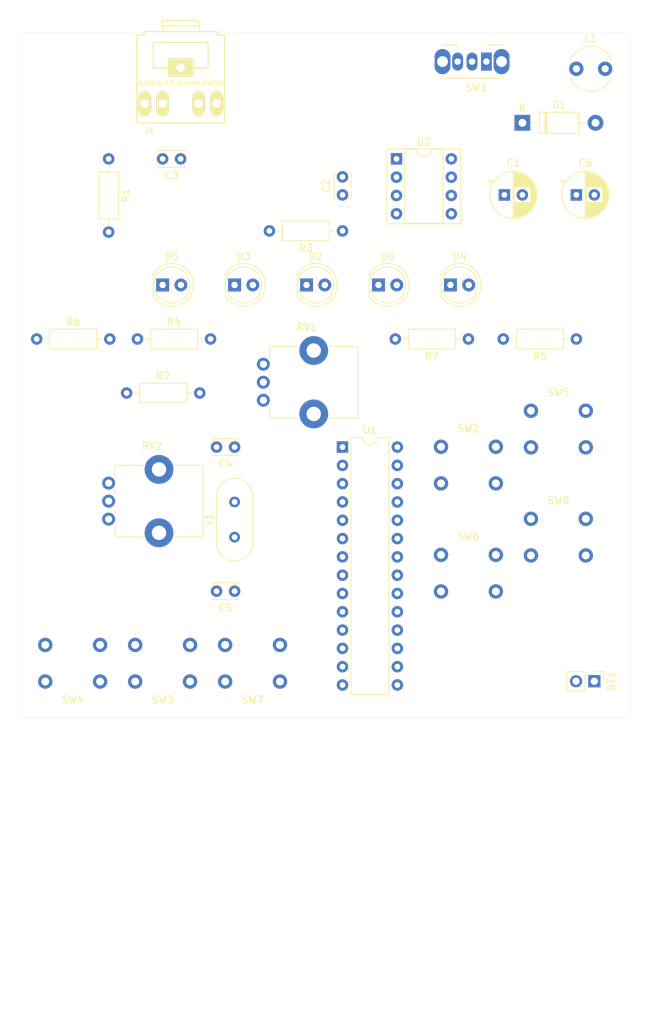
<source format=kicad_pcb>
(kicad_pcb (version 20171130) (host pcbnew "(5.0.1)-3")

  (general
    (thickness 1.6)
    (drawings 21)
    (tracks 0)
    (zones 0)
    (modules 35)
    (nets 42)
  )

  (page A4)
  (title_block
    (title DrumKid)
    (rev v01)
    (company "Matt Bradshaw Design")
    (comment 4 "Author: Matt Bradshaw")
  )

  (layers
    (0 F.Cu signal)
    (31 B.Cu signal)
    (32 B.Adhes user)
    (33 F.Adhes user)
    (34 B.Paste user)
    (35 F.Paste user)
    (36 B.SilkS user)
    (37 F.SilkS user)
    (38 B.Mask user)
    (39 F.Mask user)
    (40 Dwgs.User user)
    (41 Cmts.User user)
    (42 Eco1.User user)
    (43 Eco2.User user)
    (44 Edge.Cuts user)
    (45 Margin user)
    (46 B.CrtYd user)
    (47 F.CrtYd user)
    (48 B.Fab user)
    (49 F.Fab user)
  )

  (setup
    (last_trace_width 0.25)
    (trace_clearance 0.2)
    (zone_clearance 0.508)
    (zone_45_only no)
    (trace_min 0.2)
    (segment_width 0.2)
    (edge_width 0.15)
    (via_size 0.8)
    (via_drill 0.4)
    (via_min_size 0.4)
    (via_min_drill 0.3)
    (uvia_size 0.3)
    (uvia_drill 0.1)
    (uvias_allowed no)
    (uvia_min_size 0.2)
    (uvia_min_drill 0.1)
    (pcb_text_width 0.3)
    (pcb_text_size 1.5 1.5)
    (mod_edge_width 0.15)
    (mod_text_size 1 1)
    (mod_text_width 0.15)
    (pad_size 1.524 1.524)
    (pad_drill 0.762)
    (pad_to_mask_clearance 0.051)
    (solder_mask_min_width 0.25)
    (aux_axis_origin 0 0)
    (visible_elements FFFFF77F)
    (pcbplotparams
      (layerselection 0x010fc_ffffffff)
      (usegerberextensions false)
      (usegerberattributes false)
      (usegerberadvancedattributes false)
      (creategerberjobfile false)
      (excludeedgelayer true)
      (linewidth 0.100000)
      (plotframeref false)
      (viasonmask false)
      (mode 1)
      (useauxorigin false)
      (hpglpennumber 1)
      (hpglpenspeed 20)
      (hpglpendiameter 15.000000)
      (psnegative false)
      (psa4output false)
      (plotreference true)
      (plotvalue true)
      (plotinvisibletext false)
      (padsonsilk false)
      (subtractmaskfromsilk false)
      (outputformat 1)
      (mirror false)
      (drillshape 1)
      (scaleselection 1)
      (outputdirectory ""))
  )

  (net 0 "")
  (net 1 "Net-(BT1-Pad1)")
  (net 2 GND)
  (net 3 "Net-(C1-Pad1)")
  (net 4 "Net-(C2-Pad1)")
  (net 5 "Net-(C3-Pad2)")
  (net 6 "Net-(C4-Pad2)")
  (net 7 "Net-(C5-Pad2)")
  (net 8 +5V)
  (net 9 "Net-(D1-Pad2)")
  (net 10 "Net-(D2-Pad2)")
  (net 11 "Net-(D3-Pad2)")
  (net 12 "Net-(D4-Pad2)")
  (net 13 "Net-(D5-Pad2)")
  (net 14 "Net-(D6-Pad2)")
  (net 15 "Net-(J1-PadR)")
  (net 16 "Net-(J1-PadRN)")
  (net 17 "Net-(J1-PadTN)")
  (net 18 "Net-(R1-Pad2)")
  (net 19 "Net-(R2-Pad2)")
  (net 20 "Net-(R3-Pad2)")
  (net 21 "Net-(R4-Pad2)")
  (net 22 "Net-(R5-Pad2)")
  (net 23 "Net-(R6-Pad2)")
  (net 24 "Net-(R7-Pad2)")
  (net 25 "Net-(RV2-Pad2)")
  (net 26 "Net-(SW1-Pad3)")
  (net 27 "Net-(SW2-Pad1)")
  (net 28 "Net-(SW3-Pad1)")
  (net 29 "Net-(SW4-Pad1)")
  (net 30 "Net-(SW5-Pad1)")
  (net 31 "Net-(SW6-Pad1)")
  (net 32 "Net-(SW7-Pad1)")
  (net 33 "Net-(SW8-Pad1)")
  (net 34 "Net-(U1-Pad3)")
  (net 35 "Net-(U1-Pad21)")
  (net 36 "Net-(U1-Pad24)")
  (net 37 "Net-(U1-Pad25)")
  (net 38 "Net-(U1-Pad26)")
  (net 39 "Net-(U1-Pad27)")
  (net 40 "Net-(U1-Pad28)")
  (net 41 "Net-(U2-Pad4)")

  (net_class Default "This is the default net class."
    (clearance 0.2)
    (trace_width 0.25)
    (via_dia 0.8)
    (via_drill 0.4)
    (uvia_dia 0.3)
    (uvia_drill 0.1)
    (add_net +5V)
    (add_net GND)
    (add_net "Net-(BT1-Pad1)")
    (add_net "Net-(C1-Pad1)")
    (add_net "Net-(C2-Pad1)")
    (add_net "Net-(C3-Pad2)")
    (add_net "Net-(C4-Pad2)")
    (add_net "Net-(C5-Pad2)")
    (add_net "Net-(D1-Pad2)")
    (add_net "Net-(D2-Pad2)")
    (add_net "Net-(D3-Pad2)")
    (add_net "Net-(D4-Pad2)")
    (add_net "Net-(D5-Pad2)")
    (add_net "Net-(D6-Pad2)")
    (add_net "Net-(J1-PadR)")
    (add_net "Net-(J1-PadRN)")
    (add_net "Net-(J1-PadTN)")
    (add_net "Net-(R1-Pad2)")
    (add_net "Net-(R2-Pad2)")
    (add_net "Net-(R3-Pad2)")
    (add_net "Net-(R4-Pad2)")
    (add_net "Net-(R5-Pad2)")
    (add_net "Net-(R6-Pad2)")
    (add_net "Net-(R7-Pad2)")
    (add_net "Net-(RV2-Pad2)")
    (add_net "Net-(SW1-Pad3)")
    (add_net "Net-(SW2-Pad1)")
    (add_net "Net-(SW3-Pad1)")
    (add_net "Net-(SW4-Pad1)")
    (add_net "Net-(SW5-Pad1)")
    (add_net "Net-(SW6-Pad1)")
    (add_net "Net-(SW7-Pad1)")
    (add_net "Net-(SW8-Pad1)")
    (add_net "Net-(U1-Pad21)")
    (add_net "Net-(U1-Pad24)")
    (add_net "Net-(U1-Pad25)")
    (add_net "Net-(U1-Pad26)")
    (add_net "Net-(U1-Pad27)")
    (add_net "Net-(U1-Pad28)")
    (add_net "Net-(U1-Pad3)")
    (add_net "Net-(U2-Pad4)")
  )

  (module Connector_PinHeader_2.54mm:PinHeader_1x02_P2.54mm_Vertical (layer F.Cu) (tedit 59FED5CC) (tstamp 5CB878B5)
    (at 125 120 270)
    (descr "Through hole straight pin header, 1x02, 2.54mm pitch, single row")
    (tags "Through hole pin header THT 1x02 2.54mm single row")
    (path /5C8C17C6)
    (fp_text reference BT1 (at 0 -2.33 270) (layer F.SilkS)
      (effects (font (size 1 1) (thickness 0.15)))
    )
    (fp_text value Battery (at 0 4.87 270) (layer F.Fab)
      (effects (font (size 1 1) (thickness 0.15)))
    )
    (fp_line (start -0.635 -1.27) (end 1.27 -1.27) (layer F.Fab) (width 0.1))
    (fp_line (start 1.27 -1.27) (end 1.27 3.81) (layer F.Fab) (width 0.1))
    (fp_line (start 1.27 3.81) (end -1.27 3.81) (layer F.Fab) (width 0.1))
    (fp_line (start -1.27 3.81) (end -1.27 -0.635) (layer F.Fab) (width 0.1))
    (fp_line (start -1.27 -0.635) (end -0.635 -1.27) (layer F.Fab) (width 0.1))
    (fp_line (start -1.33 3.87) (end 1.33 3.87) (layer F.SilkS) (width 0.12))
    (fp_line (start -1.33 1.27) (end -1.33 3.87) (layer F.SilkS) (width 0.12))
    (fp_line (start 1.33 1.27) (end 1.33 3.87) (layer F.SilkS) (width 0.12))
    (fp_line (start -1.33 1.27) (end 1.33 1.27) (layer F.SilkS) (width 0.12))
    (fp_line (start -1.33 0) (end -1.33 -1.33) (layer F.SilkS) (width 0.12))
    (fp_line (start -1.33 -1.33) (end 0 -1.33) (layer F.SilkS) (width 0.12))
    (fp_line (start -1.8 -1.8) (end -1.8 4.35) (layer F.CrtYd) (width 0.05))
    (fp_line (start -1.8 4.35) (end 1.8 4.35) (layer F.CrtYd) (width 0.05))
    (fp_line (start 1.8 4.35) (end 1.8 -1.8) (layer F.CrtYd) (width 0.05))
    (fp_line (start 1.8 -1.8) (end -1.8 -1.8) (layer F.CrtYd) (width 0.05))
    (fp_text user %R (at 0 1.27) (layer F.Fab)
      (effects (font (size 1 1) (thickness 0.15)))
    )
    (pad 1 thru_hole rect (at 0 0 270) (size 1.7 1.7) (drill 1) (layers *.Cu *.Mask)
      (net 1 "Net-(BT1-Pad1)"))
    (pad 2 thru_hole oval (at 0 2.54 270) (size 1.7 1.7) (drill 1) (layers *.Cu *.Mask)
      (net 2 GND))
    (model ${KISYS3DMOD}/Connector_PinHeader_2.54mm.3dshapes/PinHeader_1x02_P2.54mm_Vertical.wrl
      (at (xyz 0 0 0))
      (scale (xyz 1 1 1))
      (rotate (xyz 0 0 0))
    )
  )

  (module Capacitor_THT:CP_Radial_D6.3mm_P2.50mm (layer F.Cu) (tedit 5AE50EF0) (tstamp 5CB87949)
    (at 112.5 52.5)
    (descr "CP, Radial series, Radial, pin pitch=2.50mm, , diameter=6.3mm, Electrolytic Capacitor")
    (tags "CP Radial series Radial pin pitch 2.50mm  diameter 6.3mm Electrolytic Capacitor")
    (path /5C8C4C33)
    (fp_text reference C1 (at 1.25 -4.4) (layer F.SilkS)
      (effects (font (size 1 1) (thickness 0.15)))
    )
    (fp_text value 150uF (at 1.25 4.4) (layer F.Fab)
      (effects (font (size 1 1) (thickness 0.15)))
    )
    (fp_circle (center 1.25 0) (end 4.4 0) (layer F.Fab) (width 0.1))
    (fp_circle (center 1.25 0) (end 4.52 0) (layer F.SilkS) (width 0.12))
    (fp_circle (center 1.25 0) (end 4.65 0) (layer F.CrtYd) (width 0.05))
    (fp_line (start -1.443972 -1.3735) (end -0.813972 -1.3735) (layer F.Fab) (width 0.1))
    (fp_line (start -1.128972 -1.6885) (end -1.128972 -1.0585) (layer F.Fab) (width 0.1))
    (fp_line (start 1.25 -3.23) (end 1.25 3.23) (layer F.SilkS) (width 0.12))
    (fp_line (start 1.29 -3.23) (end 1.29 3.23) (layer F.SilkS) (width 0.12))
    (fp_line (start 1.33 -3.23) (end 1.33 3.23) (layer F.SilkS) (width 0.12))
    (fp_line (start 1.37 -3.228) (end 1.37 3.228) (layer F.SilkS) (width 0.12))
    (fp_line (start 1.41 -3.227) (end 1.41 3.227) (layer F.SilkS) (width 0.12))
    (fp_line (start 1.45 -3.224) (end 1.45 3.224) (layer F.SilkS) (width 0.12))
    (fp_line (start 1.49 -3.222) (end 1.49 -1.04) (layer F.SilkS) (width 0.12))
    (fp_line (start 1.49 1.04) (end 1.49 3.222) (layer F.SilkS) (width 0.12))
    (fp_line (start 1.53 -3.218) (end 1.53 -1.04) (layer F.SilkS) (width 0.12))
    (fp_line (start 1.53 1.04) (end 1.53 3.218) (layer F.SilkS) (width 0.12))
    (fp_line (start 1.57 -3.215) (end 1.57 -1.04) (layer F.SilkS) (width 0.12))
    (fp_line (start 1.57 1.04) (end 1.57 3.215) (layer F.SilkS) (width 0.12))
    (fp_line (start 1.61 -3.211) (end 1.61 -1.04) (layer F.SilkS) (width 0.12))
    (fp_line (start 1.61 1.04) (end 1.61 3.211) (layer F.SilkS) (width 0.12))
    (fp_line (start 1.65 -3.206) (end 1.65 -1.04) (layer F.SilkS) (width 0.12))
    (fp_line (start 1.65 1.04) (end 1.65 3.206) (layer F.SilkS) (width 0.12))
    (fp_line (start 1.69 -3.201) (end 1.69 -1.04) (layer F.SilkS) (width 0.12))
    (fp_line (start 1.69 1.04) (end 1.69 3.201) (layer F.SilkS) (width 0.12))
    (fp_line (start 1.73 -3.195) (end 1.73 -1.04) (layer F.SilkS) (width 0.12))
    (fp_line (start 1.73 1.04) (end 1.73 3.195) (layer F.SilkS) (width 0.12))
    (fp_line (start 1.77 -3.189) (end 1.77 -1.04) (layer F.SilkS) (width 0.12))
    (fp_line (start 1.77 1.04) (end 1.77 3.189) (layer F.SilkS) (width 0.12))
    (fp_line (start 1.81 -3.182) (end 1.81 -1.04) (layer F.SilkS) (width 0.12))
    (fp_line (start 1.81 1.04) (end 1.81 3.182) (layer F.SilkS) (width 0.12))
    (fp_line (start 1.85 -3.175) (end 1.85 -1.04) (layer F.SilkS) (width 0.12))
    (fp_line (start 1.85 1.04) (end 1.85 3.175) (layer F.SilkS) (width 0.12))
    (fp_line (start 1.89 -3.167) (end 1.89 -1.04) (layer F.SilkS) (width 0.12))
    (fp_line (start 1.89 1.04) (end 1.89 3.167) (layer F.SilkS) (width 0.12))
    (fp_line (start 1.93 -3.159) (end 1.93 -1.04) (layer F.SilkS) (width 0.12))
    (fp_line (start 1.93 1.04) (end 1.93 3.159) (layer F.SilkS) (width 0.12))
    (fp_line (start 1.971 -3.15) (end 1.971 -1.04) (layer F.SilkS) (width 0.12))
    (fp_line (start 1.971 1.04) (end 1.971 3.15) (layer F.SilkS) (width 0.12))
    (fp_line (start 2.011 -3.141) (end 2.011 -1.04) (layer F.SilkS) (width 0.12))
    (fp_line (start 2.011 1.04) (end 2.011 3.141) (layer F.SilkS) (width 0.12))
    (fp_line (start 2.051 -3.131) (end 2.051 -1.04) (layer F.SilkS) (width 0.12))
    (fp_line (start 2.051 1.04) (end 2.051 3.131) (layer F.SilkS) (width 0.12))
    (fp_line (start 2.091 -3.121) (end 2.091 -1.04) (layer F.SilkS) (width 0.12))
    (fp_line (start 2.091 1.04) (end 2.091 3.121) (layer F.SilkS) (width 0.12))
    (fp_line (start 2.131 -3.11) (end 2.131 -1.04) (layer F.SilkS) (width 0.12))
    (fp_line (start 2.131 1.04) (end 2.131 3.11) (layer F.SilkS) (width 0.12))
    (fp_line (start 2.171 -3.098) (end 2.171 -1.04) (layer F.SilkS) (width 0.12))
    (fp_line (start 2.171 1.04) (end 2.171 3.098) (layer F.SilkS) (width 0.12))
    (fp_line (start 2.211 -3.086) (end 2.211 -1.04) (layer F.SilkS) (width 0.12))
    (fp_line (start 2.211 1.04) (end 2.211 3.086) (layer F.SilkS) (width 0.12))
    (fp_line (start 2.251 -3.074) (end 2.251 -1.04) (layer F.SilkS) (width 0.12))
    (fp_line (start 2.251 1.04) (end 2.251 3.074) (layer F.SilkS) (width 0.12))
    (fp_line (start 2.291 -3.061) (end 2.291 -1.04) (layer F.SilkS) (width 0.12))
    (fp_line (start 2.291 1.04) (end 2.291 3.061) (layer F.SilkS) (width 0.12))
    (fp_line (start 2.331 -3.047) (end 2.331 -1.04) (layer F.SilkS) (width 0.12))
    (fp_line (start 2.331 1.04) (end 2.331 3.047) (layer F.SilkS) (width 0.12))
    (fp_line (start 2.371 -3.033) (end 2.371 -1.04) (layer F.SilkS) (width 0.12))
    (fp_line (start 2.371 1.04) (end 2.371 3.033) (layer F.SilkS) (width 0.12))
    (fp_line (start 2.411 -3.018) (end 2.411 -1.04) (layer F.SilkS) (width 0.12))
    (fp_line (start 2.411 1.04) (end 2.411 3.018) (layer F.SilkS) (width 0.12))
    (fp_line (start 2.451 -3.002) (end 2.451 -1.04) (layer F.SilkS) (width 0.12))
    (fp_line (start 2.451 1.04) (end 2.451 3.002) (layer F.SilkS) (width 0.12))
    (fp_line (start 2.491 -2.986) (end 2.491 -1.04) (layer F.SilkS) (width 0.12))
    (fp_line (start 2.491 1.04) (end 2.491 2.986) (layer F.SilkS) (width 0.12))
    (fp_line (start 2.531 -2.97) (end 2.531 -1.04) (layer F.SilkS) (width 0.12))
    (fp_line (start 2.531 1.04) (end 2.531 2.97) (layer F.SilkS) (width 0.12))
    (fp_line (start 2.571 -2.952) (end 2.571 -1.04) (layer F.SilkS) (width 0.12))
    (fp_line (start 2.571 1.04) (end 2.571 2.952) (layer F.SilkS) (width 0.12))
    (fp_line (start 2.611 -2.934) (end 2.611 -1.04) (layer F.SilkS) (width 0.12))
    (fp_line (start 2.611 1.04) (end 2.611 2.934) (layer F.SilkS) (width 0.12))
    (fp_line (start 2.651 -2.916) (end 2.651 -1.04) (layer F.SilkS) (width 0.12))
    (fp_line (start 2.651 1.04) (end 2.651 2.916) (layer F.SilkS) (width 0.12))
    (fp_line (start 2.691 -2.896) (end 2.691 -1.04) (layer F.SilkS) (width 0.12))
    (fp_line (start 2.691 1.04) (end 2.691 2.896) (layer F.SilkS) (width 0.12))
    (fp_line (start 2.731 -2.876) (end 2.731 -1.04) (layer F.SilkS) (width 0.12))
    (fp_line (start 2.731 1.04) (end 2.731 2.876) (layer F.SilkS) (width 0.12))
    (fp_line (start 2.771 -2.856) (end 2.771 -1.04) (layer F.SilkS) (width 0.12))
    (fp_line (start 2.771 1.04) (end 2.771 2.856) (layer F.SilkS) (width 0.12))
    (fp_line (start 2.811 -2.834) (end 2.811 -1.04) (layer F.SilkS) (width 0.12))
    (fp_line (start 2.811 1.04) (end 2.811 2.834) (layer F.SilkS) (width 0.12))
    (fp_line (start 2.851 -2.812) (end 2.851 -1.04) (layer F.SilkS) (width 0.12))
    (fp_line (start 2.851 1.04) (end 2.851 2.812) (layer F.SilkS) (width 0.12))
    (fp_line (start 2.891 -2.79) (end 2.891 -1.04) (layer F.SilkS) (width 0.12))
    (fp_line (start 2.891 1.04) (end 2.891 2.79) (layer F.SilkS) (width 0.12))
    (fp_line (start 2.931 -2.766) (end 2.931 -1.04) (layer F.SilkS) (width 0.12))
    (fp_line (start 2.931 1.04) (end 2.931 2.766) (layer F.SilkS) (width 0.12))
    (fp_line (start 2.971 -2.742) (end 2.971 -1.04) (layer F.SilkS) (width 0.12))
    (fp_line (start 2.971 1.04) (end 2.971 2.742) (layer F.SilkS) (width 0.12))
    (fp_line (start 3.011 -2.716) (end 3.011 -1.04) (layer F.SilkS) (width 0.12))
    (fp_line (start 3.011 1.04) (end 3.011 2.716) (layer F.SilkS) (width 0.12))
    (fp_line (start 3.051 -2.69) (end 3.051 -1.04) (layer F.SilkS) (width 0.12))
    (fp_line (start 3.051 1.04) (end 3.051 2.69) (layer F.SilkS) (width 0.12))
    (fp_line (start 3.091 -2.664) (end 3.091 -1.04) (layer F.SilkS) (width 0.12))
    (fp_line (start 3.091 1.04) (end 3.091 2.664) (layer F.SilkS) (width 0.12))
    (fp_line (start 3.131 -2.636) (end 3.131 -1.04) (layer F.SilkS) (width 0.12))
    (fp_line (start 3.131 1.04) (end 3.131 2.636) (layer F.SilkS) (width 0.12))
    (fp_line (start 3.171 -2.607) (end 3.171 -1.04) (layer F.SilkS) (width 0.12))
    (fp_line (start 3.171 1.04) (end 3.171 2.607) (layer F.SilkS) (width 0.12))
    (fp_line (start 3.211 -2.578) (end 3.211 -1.04) (layer F.SilkS) (width 0.12))
    (fp_line (start 3.211 1.04) (end 3.211 2.578) (layer F.SilkS) (width 0.12))
    (fp_line (start 3.251 -2.548) (end 3.251 -1.04) (layer F.SilkS) (width 0.12))
    (fp_line (start 3.251 1.04) (end 3.251 2.548) (layer F.SilkS) (width 0.12))
    (fp_line (start 3.291 -2.516) (end 3.291 -1.04) (layer F.SilkS) (width 0.12))
    (fp_line (start 3.291 1.04) (end 3.291 2.516) (layer F.SilkS) (width 0.12))
    (fp_line (start 3.331 -2.484) (end 3.331 -1.04) (layer F.SilkS) (width 0.12))
    (fp_line (start 3.331 1.04) (end 3.331 2.484) (layer F.SilkS) (width 0.12))
    (fp_line (start 3.371 -2.45) (end 3.371 -1.04) (layer F.SilkS) (width 0.12))
    (fp_line (start 3.371 1.04) (end 3.371 2.45) (layer F.SilkS) (width 0.12))
    (fp_line (start 3.411 -2.416) (end 3.411 -1.04) (layer F.SilkS) (width 0.12))
    (fp_line (start 3.411 1.04) (end 3.411 2.416) (layer F.SilkS) (width 0.12))
    (fp_line (start 3.451 -2.38) (end 3.451 -1.04) (layer F.SilkS) (width 0.12))
    (fp_line (start 3.451 1.04) (end 3.451 2.38) (layer F.SilkS) (width 0.12))
    (fp_line (start 3.491 -2.343) (end 3.491 -1.04) (layer F.SilkS) (width 0.12))
    (fp_line (start 3.491 1.04) (end 3.491 2.343) (layer F.SilkS) (width 0.12))
    (fp_line (start 3.531 -2.305) (end 3.531 -1.04) (layer F.SilkS) (width 0.12))
    (fp_line (start 3.531 1.04) (end 3.531 2.305) (layer F.SilkS) (width 0.12))
    (fp_line (start 3.571 -2.265) (end 3.571 2.265) (layer F.SilkS) (width 0.12))
    (fp_line (start 3.611 -2.224) (end 3.611 2.224) (layer F.SilkS) (width 0.12))
    (fp_line (start 3.651 -2.182) (end 3.651 2.182) (layer F.SilkS) (width 0.12))
    (fp_line (start 3.691 -2.137) (end 3.691 2.137) (layer F.SilkS) (width 0.12))
    (fp_line (start 3.731 -2.092) (end 3.731 2.092) (layer F.SilkS) (width 0.12))
    (fp_line (start 3.771 -2.044) (end 3.771 2.044) (layer F.SilkS) (width 0.12))
    (fp_line (start 3.811 -1.995) (end 3.811 1.995) (layer F.SilkS) (width 0.12))
    (fp_line (start 3.851 -1.944) (end 3.851 1.944) (layer F.SilkS) (width 0.12))
    (fp_line (start 3.891 -1.89) (end 3.891 1.89) (layer F.SilkS) (width 0.12))
    (fp_line (start 3.931 -1.834) (end 3.931 1.834) (layer F.SilkS) (width 0.12))
    (fp_line (start 3.971 -1.776) (end 3.971 1.776) (layer F.SilkS) (width 0.12))
    (fp_line (start 4.011 -1.714) (end 4.011 1.714) (layer F.SilkS) (width 0.12))
    (fp_line (start 4.051 -1.65) (end 4.051 1.65) (layer F.SilkS) (width 0.12))
    (fp_line (start 4.091 -1.581) (end 4.091 1.581) (layer F.SilkS) (width 0.12))
    (fp_line (start 4.131 -1.509) (end 4.131 1.509) (layer F.SilkS) (width 0.12))
    (fp_line (start 4.171 -1.432) (end 4.171 1.432) (layer F.SilkS) (width 0.12))
    (fp_line (start 4.211 -1.35) (end 4.211 1.35) (layer F.SilkS) (width 0.12))
    (fp_line (start 4.251 -1.262) (end 4.251 1.262) (layer F.SilkS) (width 0.12))
    (fp_line (start 4.291 -1.165) (end 4.291 1.165) (layer F.SilkS) (width 0.12))
    (fp_line (start 4.331 -1.059) (end 4.331 1.059) (layer F.SilkS) (width 0.12))
    (fp_line (start 4.371 -0.94) (end 4.371 0.94) (layer F.SilkS) (width 0.12))
    (fp_line (start 4.411 -0.802) (end 4.411 0.802) (layer F.SilkS) (width 0.12))
    (fp_line (start 4.451 -0.633) (end 4.451 0.633) (layer F.SilkS) (width 0.12))
    (fp_line (start 4.491 -0.402) (end 4.491 0.402) (layer F.SilkS) (width 0.12))
    (fp_line (start -2.250241 -1.839) (end -1.620241 -1.839) (layer F.SilkS) (width 0.12))
    (fp_line (start -1.935241 -2.154) (end -1.935241 -1.524) (layer F.SilkS) (width 0.12))
    (fp_text user %R (at 1.25 0) (layer F.Fab)
      (effects (font (size 1 1) (thickness 0.15)))
    )
    (pad 1 thru_hole rect (at 0 0) (size 1.6 1.6) (drill 0.8) (layers *.Cu *.Mask)
      (net 3 "Net-(C1-Pad1)"))
    (pad 2 thru_hole circle (at 2.5 0) (size 1.6 1.6) (drill 0.8) (layers *.Cu *.Mask)
      (net 2 GND))
    (model ${KISYS3DMOD}/Capacitor_THT.3dshapes/CP_Radial_D6.3mm_P2.50mm.wrl
      (at (xyz 0 0 0))
      (scale (xyz 1 1 1))
      (rotate (xyz 0 0 0))
    )
  )

  (module Capacitor_THT:C_Disc_D3.4mm_W2.1mm_P2.50mm (layer F.Cu) (tedit 5AE50EF0) (tstamp 5CB8795E)
    (at 90 52.5 90)
    (descr "C, Disc series, Radial, pin pitch=2.50mm, , diameter*width=3.4*2.1mm^2, Capacitor, http://www.vishay.com/docs/45233/krseries.pdf")
    (tags "C Disc series Radial pin pitch 2.50mm  diameter 3.4mm width 2.1mm Capacitor")
    (path /5C8C2261)
    (fp_text reference C2 (at 1.25 -2.3 90) (layer F.SilkS)
      (effects (font (size 1 1) (thickness 0.15)))
    )
    (fp_text value 0.1uF (at 1.25 2.3 90) (layer F.Fab)
      (effects (font (size 1 1) (thickness 0.15)))
    )
    (fp_text user %R (at 1.25 0 90) (layer F.Fab)
      (effects (font (size 0.68 0.68) (thickness 0.102)))
    )
    (fp_line (start 3.55 -1.3) (end -1.05 -1.3) (layer F.CrtYd) (width 0.05))
    (fp_line (start 3.55 1.3) (end 3.55 -1.3) (layer F.CrtYd) (width 0.05))
    (fp_line (start -1.05 1.3) (end 3.55 1.3) (layer F.CrtYd) (width 0.05))
    (fp_line (start -1.05 -1.3) (end -1.05 1.3) (layer F.CrtYd) (width 0.05))
    (fp_line (start 3.07 0.925) (end 3.07 1.17) (layer F.SilkS) (width 0.12))
    (fp_line (start 3.07 -1.17) (end 3.07 -0.925) (layer F.SilkS) (width 0.12))
    (fp_line (start -0.57 0.925) (end -0.57 1.17) (layer F.SilkS) (width 0.12))
    (fp_line (start -0.57 -1.17) (end -0.57 -0.925) (layer F.SilkS) (width 0.12))
    (fp_line (start -0.57 1.17) (end 3.07 1.17) (layer F.SilkS) (width 0.12))
    (fp_line (start -0.57 -1.17) (end 3.07 -1.17) (layer F.SilkS) (width 0.12))
    (fp_line (start 2.95 -1.05) (end -0.45 -1.05) (layer F.Fab) (width 0.1))
    (fp_line (start 2.95 1.05) (end 2.95 -1.05) (layer F.Fab) (width 0.1))
    (fp_line (start -0.45 1.05) (end 2.95 1.05) (layer F.Fab) (width 0.1))
    (fp_line (start -0.45 -1.05) (end -0.45 1.05) (layer F.Fab) (width 0.1))
    (pad 2 thru_hole circle (at 2.5 0 90) (size 1.6 1.6) (drill 0.8) (layers *.Cu *.Mask)
      (net 2 GND))
    (pad 1 thru_hole circle (at 0 0 90) (size 1.6 1.6) (drill 0.8) (layers *.Cu *.Mask)
      (net 4 "Net-(C2-Pad1)"))
    (model ${KISYS3DMOD}/Capacitor_THT.3dshapes/C_Disc_D3.4mm_W2.1mm_P2.50mm.wrl
      (at (xyz 0 0 0))
      (scale (xyz 1 1 1))
      (rotate (xyz 0 0 0))
    )
  )

  (module Capacitor_THT:C_Disc_D3.4mm_W2.1mm_P2.50mm (layer F.Cu) (tedit 5AE50EF0) (tstamp 5CB87973)
    (at 67.5 47.5 180)
    (descr "C, Disc series, Radial, pin pitch=2.50mm, , diameter*width=3.4*2.1mm^2, Capacitor, http://www.vishay.com/docs/45233/krseries.pdf")
    (tags "C Disc series Radial pin pitch 2.50mm  diameter 3.4mm width 2.1mm Capacitor")
    (path /5C8A9CE9)
    (fp_text reference C3 (at 1.25 -2.3 180) (layer F.SilkS)
      (effects (font (size 1 1) (thickness 0.15)))
    )
    (fp_text value 0.1uF (at 1.25 2.3 180) (layer F.Fab)
      (effects (font (size 1 1) (thickness 0.15)))
    )
    (fp_line (start -0.45 -1.05) (end -0.45 1.05) (layer F.Fab) (width 0.1))
    (fp_line (start -0.45 1.05) (end 2.95 1.05) (layer F.Fab) (width 0.1))
    (fp_line (start 2.95 1.05) (end 2.95 -1.05) (layer F.Fab) (width 0.1))
    (fp_line (start 2.95 -1.05) (end -0.45 -1.05) (layer F.Fab) (width 0.1))
    (fp_line (start -0.57 -1.17) (end 3.07 -1.17) (layer F.SilkS) (width 0.12))
    (fp_line (start -0.57 1.17) (end 3.07 1.17) (layer F.SilkS) (width 0.12))
    (fp_line (start -0.57 -1.17) (end -0.57 -0.925) (layer F.SilkS) (width 0.12))
    (fp_line (start -0.57 0.925) (end -0.57 1.17) (layer F.SilkS) (width 0.12))
    (fp_line (start 3.07 -1.17) (end 3.07 -0.925) (layer F.SilkS) (width 0.12))
    (fp_line (start 3.07 0.925) (end 3.07 1.17) (layer F.SilkS) (width 0.12))
    (fp_line (start -1.05 -1.3) (end -1.05 1.3) (layer F.CrtYd) (width 0.05))
    (fp_line (start -1.05 1.3) (end 3.55 1.3) (layer F.CrtYd) (width 0.05))
    (fp_line (start 3.55 1.3) (end 3.55 -1.3) (layer F.CrtYd) (width 0.05))
    (fp_line (start 3.55 -1.3) (end -1.05 -1.3) (layer F.CrtYd) (width 0.05))
    (fp_text user %R (at 1.25 0 180) (layer F.Fab)
      (effects (font (size 0.68 0.68) (thickness 0.102)))
    )
    (pad 1 thru_hole circle (at 0 0 180) (size 1.6 1.6) (drill 0.8) (layers *.Cu *.Mask)
      (net 2 GND))
    (pad 2 thru_hole circle (at 2.5 0 180) (size 1.6 1.6) (drill 0.8) (layers *.Cu *.Mask)
      (net 5 "Net-(C3-Pad2)"))
    (model ${KISYS3DMOD}/Capacitor_THT.3dshapes/C_Disc_D3.4mm_W2.1mm_P2.50mm.wrl
      (at (xyz 0 0 0))
      (scale (xyz 1 1 1))
      (rotate (xyz 0 0 0))
    )
  )

  (module Capacitor_THT:C_Disc_D3.4mm_W2.1mm_P2.50mm (layer F.Cu) (tedit 5AE50EF0) (tstamp 5CB87988)
    (at 75 87.5 180)
    (descr "C, Disc series, Radial, pin pitch=2.50mm, , diameter*width=3.4*2.1mm^2, Capacitor, http://www.vishay.com/docs/45233/krseries.pdf")
    (tags "C Disc series Radial pin pitch 2.50mm  diameter 3.4mm width 2.1mm Capacitor")
    (path /5C8EA7A1)
    (fp_text reference C4 (at 1.25 -2.3 180) (layer F.SilkS)
      (effects (font (size 1 1) (thickness 0.15)))
    )
    (fp_text value 22pF (at 1.25 2.3 180) (layer F.Fab)
      (effects (font (size 1 1) (thickness 0.15)))
    )
    (fp_text user %R (at 1.25 0 180) (layer F.Fab)
      (effects (font (size 0.68 0.68) (thickness 0.102)))
    )
    (fp_line (start 3.55 -1.3) (end -1.05 -1.3) (layer F.CrtYd) (width 0.05))
    (fp_line (start 3.55 1.3) (end 3.55 -1.3) (layer F.CrtYd) (width 0.05))
    (fp_line (start -1.05 1.3) (end 3.55 1.3) (layer F.CrtYd) (width 0.05))
    (fp_line (start -1.05 -1.3) (end -1.05 1.3) (layer F.CrtYd) (width 0.05))
    (fp_line (start 3.07 0.925) (end 3.07 1.17) (layer F.SilkS) (width 0.12))
    (fp_line (start 3.07 -1.17) (end 3.07 -0.925) (layer F.SilkS) (width 0.12))
    (fp_line (start -0.57 0.925) (end -0.57 1.17) (layer F.SilkS) (width 0.12))
    (fp_line (start -0.57 -1.17) (end -0.57 -0.925) (layer F.SilkS) (width 0.12))
    (fp_line (start -0.57 1.17) (end 3.07 1.17) (layer F.SilkS) (width 0.12))
    (fp_line (start -0.57 -1.17) (end 3.07 -1.17) (layer F.SilkS) (width 0.12))
    (fp_line (start 2.95 -1.05) (end -0.45 -1.05) (layer F.Fab) (width 0.1))
    (fp_line (start 2.95 1.05) (end 2.95 -1.05) (layer F.Fab) (width 0.1))
    (fp_line (start -0.45 1.05) (end 2.95 1.05) (layer F.Fab) (width 0.1))
    (fp_line (start -0.45 -1.05) (end -0.45 1.05) (layer F.Fab) (width 0.1))
    (pad 2 thru_hole circle (at 2.5 0 180) (size 1.6 1.6) (drill 0.8) (layers *.Cu *.Mask)
      (net 6 "Net-(C4-Pad2)"))
    (pad 1 thru_hole circle (at 0 0 180) (size 1.6 1.6) (drill 0.8) (layers *.Cu *.Mask)
      (net 2 GND))
    (model ${KISYS3DMOD}/Capacitor_THT.3dshapes/C_Disc_D3.4mm_W2.1mm_P2.50mm.wrl
      (at (xyz 0 0 0))
      (scale (xyz 1 1 1))
      (rotate (xyz 0 0 0))
    )
  )

  (module Capacitor_THT:C_Disc_D3.4mm_W2.1mm_P2.50mm (layer F.Cu) (tedit 5AE50EF0) (tstamp 5CB8799D)
    (at 75 107.5 180)
    (descr "C, Disc series, Radial, pin pitch=2.50mm, , diameter*width=3.4*2.1mm^2, Capacitor, http://www.vishay.com/docs/45233/krseries.pdf")
    (tags "C Disc series Radial pin pitch 2.50mm  diameter 3.4mm width 2.1mm Capacitor")
    (path /5C8EA73D)
    (fp_text reference C5 (at 1.25 -2.3 180) (layer F.SilkS)
      (effects (font (size 1 1) (thickness 0.15)))
    )
    (fp_text value 22pF (at 1.25 2.3 180) (layer F.Fab)
      (effects (font (size 1 1) (thickness 0.15)))
    )
    (fp_line (start -0.45 -1.05) (end -0.45 1.05) (layer F.Fab) (width 0.1))
    (fp_line (start -0.45 1.05) (end 2.95 1.05) (layer F.Fab) (width 0.1))
    (fp_line (start 2.95 1.05) (end 2.95 -1.05) (layer F.Fab) (width 0.1))
    (fp_line (start 2.95 -1.05) (end -0.45 -1.05) (layer F.Fab) (width 0.1))
    (fp_line (start -0.57 -1.17) (end 3.07 -1.17) (layer F.SilkS) (width 0.12))
    (fp_line (start -0.57 1.17) (end 3.07 1.17) (layer F.SilkS) (width 0.12))
    (fp_line (start -0.57 -1.17) (end -0.57 -0.925) (layer F.SilkS) (width 0.12))
    (fp_line (start -0.57 0.925) (end -0.57 1.17) (layer F.SilkS) (width 0.12))
    (fp_line (start 3.07 -1.17) (end 3.07 -0.925) (layer F.SilkS) (width 0.12))
    (fp_line (start 3.07 0.925) (end 3.07 1.17) (layer F.SilkS) (width 0.12))
    (fp_line (start -1.05 -1.3) (end -1.05 1.3) (layer F.CrtYd) (width 0.05))
    (fp_line (start -1.05 1.3) (end 3.55 1.3) (layer F.CrtYd) (width 0.05))
    (fp_line (start 3.55 1.3) (end 3.55 -1.3) (layer F.CrtYd) (width 0.05))
    (fp_line (start 3.55 -1.3) (end -1.05 -1.3) (layer F.CrtYd) (width 0.05))
    (fp_text user %R (at 1.25 0 180) (layer F.Fab)
      (effects (font (size 0.68 0.68) (thickness 0.102)))
    )
    (pad 1 thru_hole circle (at 0 0 180) (size 1.6 1.6) (drill 0.8) (layers *.Cu *.Mask)
      (net 2 GND))
    (pad 2 thru_hole circle (at 2.5 0 180) (size 1.6 1.6) (drill 0.8) (layers *.Cu *.Mask)
      (net 7 "Net-(C5-Pad2)"))
    (model ${KISYS3DMOD}/Capacitor_THT.3dshapes/C_Disc_D3.4mm_W2.1mm_P2.50mm.wrl
      (at (xyz 0 0 0))
      (scale (xyz 1 1 1))
      (rotate (xyz 0 0 0))
    )
  )

  (module Capacitor_THT:CP_Radial_D6.3mm_P2.50mm (layer F.Cu) (tedit 5AE50EF0) (tstamp 5CB87A31)
    (at 122.5 52.5)
    (descr "CP, Radial series, Radial, pin pitch=2.50mm, , diameter=6.3mm, Electrolytic Capacitor")
    (tags "CP Radial series Radial pin pitch 2.50mm  diameter 6.3mm Electrolytic Capacitor")
    (path /5C8C8CCA)
    (fp_text reference C6 (at 1.25 -4.4) (layer F.SilkS)
      (effects (font (size 1 1) (thickness 0.15)))
    )
    (fp_text value 100uF (at 1.25 4.4) (layer F.Fab)
      (effects (font (size 1 1) (thickness 0.15)))
    )
    (fp_text user %R (at 1.25 0) (layer F.Fab)
      (effects (font (size 1 1) (thickness 0.15)))
    )
    (fp_line (start -1.935241 -2.154) (end -1.935241 -1.524) (layer F.SilkS) (width 0.12))
    (fp_line (start -2.250241 -1.839) (end -1.620241 -1.839) (layer F.SilkS) (width 0.12))
    (fp_line (start 4.491 -0.402) (end 4.491 0.402) (layer F.SilkS) (width 0.12))
    (fp_line (start 4.451 -0.633) (end 4.451 0.633) (layer F.SilkS) (width 0.12))
    (fp_line (start 4.411 -0.802) (end 4.411 0.802) (layer F.SilkS) (width 0.12))
    (fp_line (start 4.371 -0.94) (end 4.371 0.94) (layer F.SilkS) (width 0.12))
    (fp_line (start 4.331 -1.059) (end 4.331 1.059) (layer F.SilkS) (width 0.12))
    (fp_line (start 4.291 -1.165) (end 4.291 1.165) (layer F.SilkS) (width 0.12))
    (fp_line (start 4.251 -1.262) (end 4.251 1.262) (layer F.SilkS) (width 0.12))
    (fp_line (start 4.211 -1.35) (end 4.211 1.35) (layer F.SilkS) (width 0.12))
    (fp_line (start 4.171 -1.432) (end 4.171 1.432) (layer F.SilkS) (width 0.12))
    (fp_line (start 4.131 -1.509) (end 4.131 1.509) (layer F.SilkS) (width 0.12))
    (fp_line (start 4.091 -1.581) (end 4.091 1.581) (layer F.SilkS) (width 0.12))
    (fp_line (start 4.051 -1.65) (end 4.051 1.65) (layer F.SilkS) (width 0.12))
    (fp_line (start 4.011 -1.714) (end 4.011 1.714) (layer F.SilkS) (width 0.12))
    (fp_line (start 3.971 -1.776) (end 3.971 1.776) (layer F.SilkS) (width 0.12))
    (fp_line (start 3.931 -1.834) (end 3.931 1.834) (layer F.SilkS) (width 0.12))
    (fp_line (start 3.891 -1.89) (end 3.891 1.89) (layer F.SilkS) (width 0.12))
    (fp_line (start 3.851 -1.944) (end 3.851 1.944) (layer F.SilkS) (width 0.12))
    (fp_line (start 3.811 -1.995) (end 3.811 1.995) (layer F.SilkS) (width 0.12))
    (fp_line (start 3.771 -2.044) (end 3.771 2.044) (layer F.SilkS) (width 0.12))
    (fp_line (start 3.731 -2.092) (end 3.731 2.092) (layer F.SilkS) (width 0.12))
    (fp_line (start 3.691 -2.137) (end 3.691 2.137) (layer F.SilkS) (width 0.12))
    (fp_line (start 3.651 -2.182) (end 3.651 2.182) (layer F.SilkS) (width 0.12))
    (fp_line (start 3.611 -2.224) (end 3.611 2.224) (layer F.SilkS) (width 0.12))
    (fp_line (start 3.571 -2.265) (end 3.571 2.265) (layer F.SilkS) (width 0.12))
    (fp_line (start 3.531 1.04) (end 3.531 2.305) (layer F.SilkS) (width 0.12))
    (fp_line (start 3.531 -2.305) (end 3.531 -1.04) (layer F.SilkS) (width 0.12))
    (fp_line (start 3.491 1.04) (end 3.491 2.343) (layer F.SilkS) (width 0.12))
    (fp_line (start 3.491 -2.343) (end 3.491 -1.04) (layer F.SilkS) (width 0.12))
    (fp_line (start 3.451 1.04) (end 3.451 2.38) (layer F.SilkS) (width 0.12))
    (fp_line (start 3.451 -2.38) (end 3.451 -1.04) (layer F.SilkS) (width 0.12))
    (fp_line (start 3.411 1.04) (end 3.411 2.416) (layer F.SilkS) (width 0.12))
    (fp_line (start 3.411 -2.416) (end 3.411 -1.04) (layer F.SilkS) (width 0.12))
    (fp_line (start 3.371 1.04) (end 3.371 2.45) (layer F.SilkS) (width 0.12))
    (fp_line (start 3.371 -2.45) (end 3.371 -1.04) (layer F.SilkS) (width 0.12))
    (fp_line (start 3.331 1.04) (end 3.331 2.484) (layer F.SilkS) (width 0.12))
    (fp_line (start 3.331 -2.484) (end 3.331 -1.04) (layer F.SilkS) (width 0.12))
    (fp_line (start 3.291 1.04) (end 3.291 2.516) (layer F.SilkS) (width 0.12))
    (fp_line (start 3.291 -2.516) (end 3.291 -1.04) (layer F.SilkS) (width 0.12))
    (fp_line (start 3.251 1.04) (end 3.251 2.548) (layer F.SilkS) (width 0.12))
    (fp_line (start 3.251 -2.548) (end 3.251 -1.04) (layer F.SilkS) (width 0.12))
    (fp_line (start 3.211 1.04) (end 3.211 2.578) (layer F.SilkS) (width 0.12))
    (fp_line (start 3.211 -2.578) (end 3.211 -1.04) (layer F.SilkS) (width 0.12))
    (fp_line (start 3.171 1.04) (end 3.171 2.607) (layer F.SilkS) (width 0.12))
    (fp_line (start 3.171 -2.607) (end 3.171 -1.04) (layer F.SilkS) (width 0.12))
    (fp_line (start 3.131 1.04) (end 3.131 2.636) (layer F.SilkS) (width 0.12))
    (fp_line (start 3.131 -2.636) (end 3.131 -1.04) (layer F.SilkS) (width 0.12))
    (fp_line (start 3.091 1.04) (end 3.091 2.664) (layer F.SilkS) (width 0.12))
    (fp_line (start 3.091 -2.664) (end 3.091 -1.04) (layer F.SilkS) (width 0.12))
    (fp_line (start 3.051 1.04) (end 3.051 2.69) (layer F.SilkS) (width 0.12))
    (fp_line (start 3.051 -2.69) (end 3.051 -1.04) (layer F.SilkS) (width 0.12))
    (fp_line (start 3.011 1.04) (end 3.011 2.716) (layer F.SilkS) (width 0.12))
    (fp_line (start 3.011 -2.716) (end 3.011 -1.04) (layer F.SilkS) (width 0.12))
    (fp_line (start 2.971 1.04) (end 2.971 2.742) (layer F.SilkS) (width 0.12))
    (fp_line (start 2.971 -2.742) (end 2.971 -1.04) (layer F.SilkS) (width 0.12))
    (fp_line (start 2.931 1.04) (end 2.931 2.766) (layer F.SilkS) (width 0.12))
    (fp_line (start 2.931 -2.766) (end 2.931 -1.04) (layer F.SilkS) (width 0.12))
    (fp_line (start 2.891 1.04) (end 2.891 2.79) (layer F.SilkS) (width 0.12))
    (fp_line (start 2.891 -2.79) (end 2.891 -1.04) (layer F.SilkS) (width 0.12))
    (fp_line (start 2.851 1.04) (end 2.851 2.812) (layer F.SilkS) (width 0.12))
    (fp_line (start 2.851 -2.812) (end 2.851 -1.04) (layer F.SilkS) (width 0.12))
    (fp_line (start 2.811 1.04) (end 2.811 2.834) (layer F.SilkS) (width 0.12))
    (fp_line (start 2.811 -2.834) (end 2.811 -1.04) (layer F.SilkS) (width 0.12))
    (fp_line (start 2.771 1.04) (end 2.771 2.856) (layer F.SilkS) (width 0.12))
    (fp_line (start 2.771 -2.856) (end 2.771 -1.04) (layer F.SilkS) (width 0.12))
    (fp_line (start 2.731 1.04) (end 2.731 2.876) (layer F.SilkS) (width 0.12))
    (fp_line (start 2.731 -2.876) (end 2.731 -1.04) (layer F.SilkS) (width 0.12))
    (fp_line (start 2.691 1.04) (end 2.691 2.896) (layer F.SilkS) (width 0.12))
    (fp_line (start 2.691 -2.896) (end 2.691 -1.04) (layer F.SilkS) (width 0.12))
    (fp_line (start 2.651 1.04) (end 2.651 2.916) (layer F.SilkS) (width 0.12))
    (fp_line (start 2.651 -2.916) (end 2.651 -1.04) (layer F.SilkS) (width 0.12))
    (fp_line (start 2.611 1.04) (end 2.611 2.934) (layer F.SilkS) (width 0.12))
    (fp_line (start 2.611 -2.934) (end 2.611 -1.04) (layer F.SilkS) (width 0.12))
    (fp_line (start 2.571 1.04) (end 2.571 2.952) (layer F.SilkS) (width 0.12))
    (fp_line (start 2.571 -2.952) (end 2.571 -1.04) (layer F.SilkS) (width 0.12))
    (fp_line (start 2.531 1.04) (end 2.531 2.97) (layer F.SilkS) (width 0.12))
    (fp_line (start 2.531 -2.97) (end 2.531 -1.04) (layer F.SilkS) (width 0.12))
    (fp_line (start 2.491 1.04) (end 2.491 2.986) (layer F.SilkS) (width 0.12))
    (fp_line (start 2.491 -2.986) (end 2.491 -1.04) (layer F.SilkS) (width 0.12))
    (fp_line (start 2.451 1.04) (end 2.451 3.002) (layer F.SilkS) (width 0.12))
    (fp_line (start 2.451 -3.002) (end 2.451 -1.04) (layer F.SilkS) (width 0.12))
    (fp_line (start 2.411 1.04) (end 2.411 3.018) (layer F.SilkS) (width 0.12))
    (fp_line (start 2.411 -3.018) (end 2.411 -1.04) (layer F.SilkS) (width 0.12))
    (fp_line (start 2.371 1.04) (end 2.371 3.033) (layer F.SilkS) (width 0.12))
    (fp_line (start 2.371 -3.033) (end 2.371 -1.04) (layer F.SilkS) (width 0.12))
    (fp_line (start 2.331 1.04) (end 2.331 3.047) (layer F.SilkS) (width 0.12))
    (fp_line (start 2.331 -3.047) (end 2.331 -1.04) (layer F.SilkS) (width 0.12))
    (fp_line (start 2.291 1.04) (end 2.291 3.061) (layer F.SilkS) (width 0.12))
    (fp_line (start 2.291 -3.061) (end 2.291 -1.04) (layer F.SilkS) (width 0.12))
    (fp_line (start 2.251 1.04) (end 2.251 3.074) (layer F.SilkS) (width 0.12))
    (fp_line (start 2.251 -3.074) (end 2.251 -1.04) (layer F.SilkS) (width 0.12))
    (fp_line (start 2.211 1.04) (end 2.211 3.086) (layer F.SilkS) (width 0.12))
    (fp_line (start 2.211 -3.086) (end 2.211 -1.04) (layer F.SilkS) (width 0.12))
    (fp_line (start 2.171 1.04) (end 2.171 3.098) (layer F.SilkS) (width 0.12))
    (fp_line (start 2.171 -3.098) (end 2.171 -1.04) (layer F.SilkS) (width 0.12))
    (fp_line (start 2.131 1.04) (end 2.131 3.11) (layer F.SilkS) (width 0.12))
    (fp_line (start 2.131 -3.11) (end 2.131 -1.04) (layer F.SilkS) (width 0.12))
    (fp_line (start 2.091 1.04) (end 2.091 3.121) (layer F.SilkS) (width 0.12))
    (fp_line (start 2.091 -3.121) (end 2.091 -1.04) (layer F.SilkS) (width 0.12))
    (fp_line (start 2.051 1.04) (end 2.051 3.131) (layer F.SilkS) (width 0.12))
    (fp_line (start 2.051 -3.131) (end 2.051 -1.04) (layer F.SilkS) (width 0.12))
    (fp_line (start 2.011 1.04) (end 2.011 3.141) (layer F.SilkS) (width 0.12))
    (fp_line (start 2.011 -3.141) (end 2.011 -1.04) (layer F.SilkS) (width 0.12))
    (fp_line (start 1.971 1.04) (end 1.971 3.15) (layer F.SilkS) (width 0.12))
    (fp_line (start 1.971 -3.15) (end 1.971 -1.04) (layer F.SilkS) (width 0.12))
    (fp_line (start 1.93 1.04) (end 1.93 3.159) (layer F.SilkS) (width 0.12))
    (fp_line (start 1.93 -3.159) (end 1.93 -1.04) (layer F.SilkS) (width 0.12))
    (fp_line (start 1.89 1.04) (end 1.89 3.167) (layer F.SilkS) (width 0.12))
    (fp_line (start 1.89 -3.167) (end 1.89 -1.04) (layer F.SilkS) (width 0.12))
    (fp_line (start 1.85 1.04) (end 1.85 3.175) (layer F.SilkS) (width 0.12))
    (fp_line (start 1.85 -3.175) (end 1.85 -1.04) (layer F.SilkS) (width 0.12))
    (fp_line (start 1.81 1.04) (end 1.81 3.182) (layer F.SilkS) (width 0.12))
    (fp_line (start 1.81 -3.182) (end 1.81 -1.04) (layer F.SilkS) (width 0.12))
    (fp_line (start 1.77 1.04) (end 1.77 3.189) (layer F.SilkS) (width 0.12))
    (fp_line (start 1.77 -3.189) (end 1.77 -1.04) (layer F.SilkS) (width 0.12))
    (fp_line (start 1.73 1.04) (end 1.73 3.195) (layer F.SilkS) (width 0.12))
    (fp_line (start 1.73 -3.195) (end 1.73 -1.04) (layer F.SilkS) (width 0.12))
    (fp_line (start 1.69 1.04) (end 1.69 3.201) (layer F.SilkS) (width 0.12))
    (fp_line (start 1.69 -3.201) (end 1.69 -1.04) (layer F.SilkS) (width 0.12))
    (fp_line (start 1.65 1.04) (end 1.65 3.206) (layer F.SilkS) (width 0.12))
    (fp_line (start 1.65 -3.206) (end 1.65 -1.04) (layer F.SilkS) (width 0.12))
    (fp_line (start 1.61 1.04) (end 1.61 3.211) (layer F.SilkS) (width 0.12))
    (fp_line (start 1.61 -3.211) (end 1.61 -1.04) (layer F.SilkS) (width 0.12))
    (fp_line (start 1.57 1.04) (end 1.57 3.215) (layer F.SilkS) (width 0.12))
    (fp_line (start 1.57 -3.215) (end 1.57 -1.04) (layer F.SilkS) (width 0.12))
    (fp_line (start 1.53 1.04) (end 1.53 3.218) (layer F.SilkS) (width 0.12))
    (fp_line (start 1.53 -3.218) (end 1.53 -1.04) (layer F.SilkS) (width 0.12))
    (fp_line (start 1.49 1.04) (end 1.49 3.222) (layer F.SilkS) (width 0.12))
    (fp_line (start 1.49 -3.222) (end 1.49 -1.04) (layer F.SilkS) (width 0.12))
    (fp_line (start 1.45 -3.224) (end 1.45 3.224) (layer F.SilkS) (width 0.12))
    (fp_line (start 1.41 -3.227) (end 1.41 3.227) (layer F.SilkS) (width 0.12))
    (fp_line (start 1.37 -3.228) (end 1.37 3.228) (layer F.SilkS) (width 0.12))
    (fp_line (start 1.33 -3.23) (end 1.33 3.23) (layer F.SilkS) (width 0.12))
    (fp_line (start 1.29 -3.23) (end 1.29 3.23) (layer F.SilkS) (width 0.12))
    (fp_line (start 1.25 -3.23) (end 1.25 3.23) (layer F.SilkS) (width 0.12))
    (fp_line (start -1.128972 -1.6885) (end -1.128972 -1.0585) (layer F.Fab) (width 0.1))
    (fp_line (start -1.443972 -1.3735) (end -0.813972 -1.3735) (layer F.Fab) (width 0.1))
    (fp_circle (center 1.25 0) (end 4.65 0) (layer F.CrtYd) (width 0.05))
    (fp_circle (center 1.25 0) (end 4.52 0) (layer F.SilkS) (width 0.12))
    (fp_circle (center 1.25 0) (end 4.4 0) (layer F.Fab) (width 0.1))
    (pad 2 thru_hole circle (at 2.5 0) (size 1.6 1.6) (drill 0.8) (layers *.Cu *.Mask)
      (net 2 GND))
    (pad 1 thru_hole rect (at 0 0) (size 1.6 1.6) (drill 0.8) (layers *.Cu *.Mask)
      (net 8 +5V))
    (model ${KISYS3DMOD}/Capacitor_THT.3dshapes/CP_Radial_D6.3mm_P2.50mm.wrl
      (at (xyz 0 0 0))
      (scale (xyz 1 1 1))
      (rotate (xyz 0 0 0))
    )
  )

  (module Diode_THT:D_DO-41_SOD81_P10.16mm_Horizontal (layer F.Cu) (tedit 5AE50CD5) (tstamp 5CB87A50)
    (at 115 42.5)
    (descr "Diode, DO-41_SOD81 series, Axial, Horizontal, pin pitch=10.16mm, , length*diameter=5.2*2.7mm^2, , http://www.diodes.com/_files/packages/DO-41%20(Plastic).pdf")
    (tags "Diode DO-41_SOD81 series Axial Horizontal pin pitch 10.16mm  length 5.2mm diameter 2.7mm")
    (path /5C8C8A69)
    (fp_text reference D1 (at 5.08 -2.47) (layer F.SilkS)
      (effects (font (size 1 1) (thickness 0.15)))
    )
    (fp_text value 1N5817 (at 5.08 2.47) (layer F.Fab)
      (effects (font (size 1 1) (thickness 0.15)))
    )
    (fp_line (start 2.48 -1.35) (end 2.48 1.35) (layer F.Fab) (width 0.1))
    (fp_line (start 2.48 1.35) (end 7.68 1.35) (layer F.Fab) (width 0.1))
    (fp_line (start 7.68 1.35) (end 7.68 -1.35) (layer F.Fab) (width 0.1))
    (fp_line (start 7.68 -1.35) (end 2.48 -1.35) (layer F.Fab) (width 0.1))
    (fp_line (start 0 0) (end 2.48 0) (layer F.Fab) (width 0.1))
    (fp_line (start 10.16 0) (end 7.68 0) (layer F.Fab) (width 0.1))
    (fp_line (start 3.26 -1.35) (end 3.26 1.35) (layer F.Fab) (width 0.1))
    (fp_line (start 3.36 -1.35) (end 3.36 1.35) (layer F.Fab) (width 0.1))
    (fp_line (start 3.16 -1.35) (end 3.16 1.35) (layer F.Fab) (width 0.1))
    (fp_line (start 2.36 -1.47) (end 2.36 1.47) (layer F.SilkS) (width 0.12))
    (fp_line (start 2.36 1.47) (end 7.8 1.47) (layer F.SilkS) (width 0.12))
    (fp_line (start 7.8 1.47) (end 7.8 -1.47) (layer F.SilkS) (width 0.12))
    (fp_line (start 7.8 -1.47) (end 2.36 -1.47) (layer F.SilkS) (width 0.12))
    (fp_line (start 1.34 0) (end 2.36 0) (layer F.SilkS) (width 0.12))
    (fp_line (start 8.82 0) (end 7.8 0) (layer F.SilkS) (width 0.12))
    (fp_line (start 3.26 -1.47) (end 3.26 1.47) (layer F.SilkS) (width 0.12))
    (fp_line (start 3.38 -1.47) (end 3.38 1.47) (layer F.SilkS) (width 0.12))
    (fp_line (start 3.14 -1.47) (end 3.14 1.47) (layer F.SilkS) (width 0.12))
    (fp_line (start -1.35 -1.6) (end -1.35 1.6) (layer F.CrtYd) (width 0.05))
    (fp_line (start -1.35 1.6) (end 11.51 1.6) (layer F.CrtYd) (width 0.05))
    (fp_line (start 11.51 1.6) (end 11.51 -1.6) (layer F.CrtYd) (width 0.05))
    (fp_line (start 11.51 -1.6) (end -1.35 -1.6) (layer F.CrtYd) (width 0.05))
    (fp_text user %R (at 5.47 0) (layer F.Fab)
      (effects (font (size 1 1) (thickness 0.15)))
    )
    (fp_text user K (at 0 -2.1) (layer F.Fab)
      (effects (font (size 1 1) (thickness 0.15)))
    )
    (fp_text user K (at 0 -2.1) (layer F.SilkS)
      (effects (font (size 1 1) (thickness 0.15)))
    )
    (pad 1 thru_hole rect (at 0 0) (size 2.2 2.2) (drill 1.1) (layers *.Cu *.Mask)
      (net 8 +5V))
    (pad 2 thru_hole oval (at 10.16 0) (size 2.2 2.2) (drill 1.1) (layers *.Cu *.Mask)
      (net 9 "Net-(D1-Pad2)"))
    (model ${KISYS3DMOD}/Diode_THT.3dshapes/D_DO-41_SOD81_P10.16mm_Horizontal.wrl
      (at (xyz 0 0 0))
      (scale (xyz 1 1 1))
      (rotate (xyz 0 0 0))
    )
  )

  (module LED_THT:LED_D5.0mm (layer F.Cu) (tedit 5995936A) (tstamp 5CB87A62)
    (at 85 65)
    (descr "LED, diameter 5.0mm, 2 pins, http://cdn-reichelt.de/documents/datenblatt/A500/LL-504BC2E-009.pdf")
    (tags "LED diameter 5.0mm 2 pins")
    (path /5C939F82)
    (fp_text reference D2 (at 1.27 -3.96) (layer F.SilkS)
      (effects (font (size 1 1) (thickness 0.15)))
    )
    (fp_text value LED (at 1.27 3.96) (layer F.Fab)
      (effects (font (size 1 1) (thickness 0.15)))
    )
    (fp_arc (start 1.27 0) (end -1.23 -1.469694) (angle 299.1) (layer F.Fab) (width 0.1))
    (fp_arc (start 1.27 0) (end -1.29 -1.54483) (angle 148.9) (layer F.SilkS) (width 0.12))
    (fp_arc (start 1.27 0) (end -1.29 1.54483) (angle -148.9) (layer F.SilkS) (width 0.12))
    (fp_circle (center 1.27 0) (end 3.77 0) (layer F.Fab) (width 0.1))
    (fp_circle (center 1.27 0) (end 3.77 0) (layer F.SilkS) (width 0.12))
    (fp_line (start -1.23 -1.469694) (end -1.23 1.469694) (layer F.Fab) (width 0.1))
    (fp_line (start -1.29 -1.545) (end -1.29 1.545) (layer F.SilkS) (width 0.12))
    (fp_line (start -1.95 -3.25) (end -1.95 3.25) (layer F.CrtYd) (width 0.05))
    (fp_line (start -1.95 3.25) (end 4.5 3.25) (layer F.CrtYd) (width 0.05))
    (fp_line (start 4.5 3.25) (end 4.5 -3.25) (layer F.CrtYd) (width 0.05))
    (fp_line (start 4.5 -3.25) (end -1.95 -3.25) (layer F.CrtYd) (width 0.05))
    (fp_text user %R (at 1.25 0) (layer F.Fab)
      (effects (font (size 0.8 0.8) (thickness 0.2)))
    )
    (pad 1 thru_hole rect (at 0 0) (size 1.8 1.8) (drill 0.9) (layers *.Cu *.Mask)
      (net 2 GND))
    (pad 2 thru_hole circle (at 2.54 0) (size 1.8 1.8) (drill 0.9) (layers *.Cu *.Mask)
      (net 10 "Net-(D2-Pad2)"))
    (model ${KISYS3DMOD}/LED_THT.3dshapes/LED_D5.0mm.wrl
      (at (xyz 0 0 0))
      (scale (xyz 1 1 1))
      (rotate (xyz 0 0 0))
    )
  )

  (module LED_THT:LED_D5.0mm (layer F.Cu) (tedit 5995936A) (tstamp 5CB87A74)
    (at 75 65)
    (descr "LED, diameter 5.0mm, 2 pins, http://cdn-reichelt.de/documents/datenblatt/A500/LL-504BC2E-009.pdf")
    (tags "LED diameter 5.0mm 2 pins")
    (path /5C93A0E2)
    (fp_text reference D3 (at 1.27 -3.96) (layer F.SilkS)
      (effects (font (size 1 1) (thickness 0.15)))
    )
    (fp_text value LED (at 1.27 3.96) (layer F.Fab)
      (effects (font (size 1 1) (thickness 0.15)))
    )
    (fp_text user %R (at 1.25 0) (layer F.Fab)
      (effects (font (size 0.8 0.8) (thickness 0.2)))
    )
    (fp_line (start 4.5 -3.25) (end -1.95 -3.25) (layer F.CrtYd) (width 0.05))
    (fp_line (start 4.5 3.25) (end 4.5 -3.25) (layer F.CrtYd) (width 0.05))
    (fp_line (start -1.95 3.25) (end 4.5 3.25) (layer F.CrtYd) (width 0.05))
    (fp_line (start -1.95 -3.25) (end -1.95 3.25) (layer F.CrtYd) (width 0.05))
    (fp_line (start -1.29 -1.545) (end -1.29 1.545) (layer F.SilkS) (width 0.12))
    (fp_line (start -1.23 -1.469694) (end -1.23 1.469694) (layer F.Fab) (width 0.1))
    (fp_circle (center 1.27 0) (end 3.77 0) (layer F.SilkS) (width 0.12))
    (fp_circle (center 1.27 0) (end 3.77 0) (layer F.Fab) (width 0.1))
    (fp_arc (start 1.27 0) (end -1.29 1.54483) (angle -148.9) (layer F.SilkS) (width 0.12))
    (fp_arc (start 1.27 0) (end -1.29 -1.54483) (angle 148.9) (layer F.SilkS) (width 0.12))
    (fp_arc (start 1.27 0) (end -1.23 -1.469694) (angle 299.1) (layer F.Fab) (width 0.1))
    (pad 2 thru_hole circle (at 2.54 0) (size 1.8 1.8) (drill 0.9) (layers *.Cu *.Mask)
      (net 11 "Net-(D3-Pad2)"))
    (pad 1 thru_hole rect (at 0 0) (size 1.8 1.8) (drill 0.9) (layers *.Cu *.Mask)
      (net 2 GND))
    (model ${KISYS3DMOD}/LED_THT.3dshapes/LED_D5.0mm.wrl
      (at (xyz 0 0 0))
      (scale (xyz 1 1 1))
      (rotate (xyz 0 0 0))
    )
  )

  (module LED_THT:LED_D5.0mm (layer F.Cu) (tedit 5995936A) (tstamp 5CB87A86)
    (at 105 65)
    (descr "LED, diameter 5.0mm, 2 pins, http://cdn-reichelt.de/documents/datenblatt/A500/LL-504BC2E-009.pdf")
    (tags "LED diameter 5.0mm 2 pins")
    (path /5C93E548)
    (fp_text reference D4 (at 1.27 -3.96) (layer F.SilkS)
      (effects (font (size 1 1) (thickness 0.15)))
    )
    (fp_text value LED (at 1.27 3.96) (layer F.Fab)
      (effects (font (size 1 1) (thickness 0.15)))
    )
    (fp_arc (start 1.27 0) (end -1.23 -1.469694) (angle 299.1) (layer F.Fab) (width 0.1))
    (fp_arc (start 1.27 0) (end -1.29 -1.54483) (angle 148.9) (layer F.SilkS) (width 0.12))
    (fp_arc (start 1.27 0) (end -1.29 1.54483) (angle -148.9) (layer F.SilkS) (width 0.12))
    (fp_circle (center 1.27 0) (end 3.77 0) (layer F.Fab) (width 0.1))
    (fp_circle (center 1.27 0) (end 3.77 0) (layer F.SilkS) (width 0.12))
    (fp_line (start -1.23 -1.469694) (end -1.23 1.469694) (layer F.Fab) (width 0.1))
    (fp_line (start -1.29 -1.545) (end -1.29 1.545) (layer F.SilkS) (width 0.12))
    (fp_line (start -1.95 -3.25) (end -1.95 3.25) (layer F.CrtYd) (width 0.05))
    (fp_line (start -1.95 3.25) (end 4.5 3.25) (layer F.CrtYd) (width 0.05))
    (fp_line (start 4.5 3.25) (end 4.5 -3.25) (layer F.CrtYd) (width 0.05))
    (fp_line (start 4.5 -3.25) (end -1.95 -3.25) (layer F.CrtYd) (width 0.05))
    (fp_text user %R (at 1.25 0) (layer F.Fab)
      (effects (font (size 0.8 0.8) (thickness 0.2)))
    )
    (pad 1 thru_hole rect (at 0 0) (size 1.8 1.8) (drill 0.9) (layers *.Cu *.Mask)
      (net 2 GND))
    (pad 2 thru_hole circle (at 2.54 0) (size 1.8 1.8) (drill 0.9) (layers *.Cu *.Mask)
      (net 12 "Net-(D4-Pad2)"))
    (model ${KISYS3DMOD}/LED_THT.3dshapes/LED_D5.0mm.wrl
      (at (xyz 0 0 0))
      (scale (xyz 1 1 1))
      (rotate (xyz 0 0 0))
    )
  )

  (module LED_THT:LED_D5.0mm (layer F.Cu) (tedit 5995936A) (tstamp 5CB87A98)
    (at 65 65)
    (descr "LED, diameter 5.0mm, 2 pins, http://cdn-reichelt.de/documents/datenblatt/A500/LL-504BC2E-009.pdf")
    (tags "LED diameter 5.0mm 2 pins")
    (path /5C935964)
    (fp_text reference D5 (at 1.27 -3.96) (layer F.SilkS)
      (effects (font (size 1 1) (thickness 0.15)))
    )
    (fp_text value LED (at 1.27 3.96) (layer F.Fab)
      (effects (font (size 1 1) (thickness 0.15)))
    )
    (fp_text user %R (at 1.25 0) (layer F.Fab)
      (effects (font (size 0.8 0.8) (thickness 0.2)))
    )
    (fp_line (start 4.5 -3.25) (end -1.95 -3.25) (layer F.CrtYd) (width 0.05))
    (fp_line (start 4.5 3.25) (end 4.5 -3.25) (layer F.CrtYd) (width 0.05))
    (fp_line (start -1.95 3.25) (end 4.5 3.25) (layer F.CrtYd) (width 0.05))
    (fp_line (start -1.95 -3.25) (end -1.95 3.25) (layer F.CrtYd) (width 0.05))
    (fp_line (start -1.29 -1.545) (end -1.29 1.545) (layer F.SilkS) (width 0.12))
    (fp_line (start -1.23 -1.469694) (end -1.23 1.469694) (layer F.Fab) (width 0.1))
    (fp_circle (center 1.27 0) (end 3.77 0) (layer F.SilkS) (width 0.12))
    (fp_circle (center 1.27 0) (end 3.77 0) (layer F.Fab) (width 0.1))
    (fp_arc (start 1.27 0) (end -1.29 1.54483) (angle -148.9) (layer F.SilkS) (width 0.12))
    (fp_arc (start 1.27 0) (end -1.29 -1.54483) (angle 148.9) (layer F.SilkS) (width 0.12))
    (fp_arc (start 1.27 0) (end -1.23 -1.469694) (angle 299.1) (layer F.Fab) (width 0.1))
    (pad 2 thru_hole circle (at 2.54 0) (size 1.8 1.8) (drill 0.9) (layers *.Cu *.Mask)
      (net 13 "Net-(D5-Pad2)"))
    (pad 1 thru_hole rect (at 0 0) (size 1.8 1.8) (drill 0.9) (layers *.Cu *.Mask)
      (net 2 GND))
    (model ${KISYS3DMOD}/LED_THT.3dshapes/LED_D5.0mm.wrl
      (at (xyz 0 0 0))
      (scale (xyz 1 1 1))
      (rotate (xyz 0 0 0))
    )
  )

  (module LED_THT:LED_D5.0mm (layer F.Cu) (tedit 5995936A) (tstamp 5CB87AAA)
    (at 95 65)
    (descr "LED, diameter 5.0mm, 2 pins, http://cdn-reichelt.de/documents/datenblatt/A500/LL-504BC2E-009.pdf")
    (tags "LED diameter 5.0mm 2 pins")
    (path /5C97EA78)
    (fp_text reference D6 (at 1.27 -3.96) (layer F.SilkS)
      (effects (font (size 1 1) (thickness 0.15)))
    )
    (fp_text value LED (at 1.27 3.96) (layer F.Fab)
      (effects (font (size 1 1) (thickness 0.15)))
    )
    (fp_arc (start 1.27 0) (end -1.23 -1.469694) (angle 299.1) (layer F.Fab) (width 0.1))
    (fp_arc (start 1.27 0) (end -1.29 -1.54483) (angle 148.9) (layer F.SilkS) (width 0.12))
    (fp_arc (start 1.27 0) (end -1.29 1.54483) (angle -148.9) (layer F.SilkS) (width 0.12))
    (fp_circle (center 1.27 0) (end 3.77 0) (layer F.Fab) (width 0.1))
    (fp_circle (center 1.27 0) (end 3.77 0) (layer F.SilkS) (width 0.12))
    (fp_line (start -1.23 -1.469694) (end -1.23 1.469694) (layer F.Fab) (width 0.1))
    (fp_line (start -1.29 -1.545) (end -1.29 1.545) (layer F.SilkS) (width 0.12))
    (fp_line (start -1.95 -3.25) (end -1.95 3.25) (layer F.CrtYd) (width 0.05))
    (fp_line (start -1.95 3.25) (end 4.5 3.25) (layer F.CrtYd) (width 0.05))
    (fp_line (start 4.5 3.25) (end 4.5 -3.25) (layer F.CrtYd) (width 0.05))
    (fp_line (start 4.5 -3.25) (end -1.95 -3.25) (layer F.CrtYd) (width 0.05))
    (fp_text user %R (at 1.25 0) (layer F.Fab)
      (effects (font (size 0.8 0.8) (thickness 0.2)))
    )
    (pad 1 thru_hole rect (at 0 0) (size 1.8 1.8) (drill 0.9) (layers *.Cu *.Mask)
      (net 2 GND))
    (pad 2 thru_hole circle (at 2.54 0) (size 1.8 1.8) (drill 0.9) (layers *.Cu *.Mask)
      (net 14 "Net-(D6-Pad2)"))
    (model ${KISYS3DMOD}/LED_THT.3dshapes/LED_D5.0mm.wrl
      (at (xyz 0 0 0))
      (scale (xyz 1 1 1))
      (rotate (xyz 0 0 0))
    )
  )

  (module headphone:Tayda_3.5mm_stereo_TRS_jack_A-853 (layer F.Cu) (tedit 5C937D29) (tstamp 5CB87AC5)
    (at 67.5 36.424)
    (path /5C93B028)
    (fp_text reference J1 (at -4.318 7.112) (layer F.SilkS)
      (effects (font (size 0.8 0.8) (thickness 0.15)))
    )
    (fp_text value AudioJack3_Ground_Switch (at 0 0.508) (layer F.SilkS)
      (effects (font (size 0.6 0.6) (thickness 0.1)))
    )
    (fp_line (start -1.778 -1.524) (end -3.81 -1.524) (layer F.SilkS) (width 0.15))
    (fp_line (start -3.81 -1.524) (end -3.81 -5.08) (layer F.SilkS) (width 0.15))
    (fp_line (start -3.81 -5.08) (end 3.81 -5.08) (layer F.SilkS) (width 0.15))
    (fp_line (start 3.81 -5.08) (end 3.81 -1.524) (layer F.SilkS) (width 0.15))
    (fp_line (start 3.81 -1.524) (end 1.778 -1.524) (layer F.SilkS) (width 0.15))
    (fp_line (start -5.08 -6.096) (end -6.096 -6.096) (layer F.SilkS) (width 0.15))
    (fp_line (start 6.096 -6.096) (end 5.08 -6.096) (layer F.SilkS) (width 0.15))
    (fp_line (start -2.54 -8.128) (end -2.54 -6.604) (layer F.SilkS) (width 0.15))
    (fp_line (start 2.54 -6.604) (end 2.54 -8.128) (layer F.SilkS) (width 0.15))
    (fp_line (start -2.54 -7.366) (end 2.54 -7.366) (layer F.SilkS) (width 0.15))
    (fp_line (start -5.08 -6.096) (end -5.08 -6.35) (layer F.SilkS) (width 0.15))
    (fp_line (start -5.08 -6.35) (end -5.08 -6.604) (layer F.SilkS) (width 0.15))
    (fp_line (start -5.08 -6.604) (end 5.08 -6.604) (layer F.SilkS) (width 0.15))
    (fp_line (start 5.08 -6.604) (end 5.08 -6.096) (layer F.SilkS) (width 0.15))
    (fp_line (start -2.54 -8.128) (end 2.54 -8.128) (layer F.SilkS) (width 0.15))
    (fp_line (start -6.096 6.096) (end -6.096 -6.096) (layer F.SilkS) (width 0.15))
    (fp_line (start 6.096 -6.096) (end 6.096 6.096) (layer F.SilkS) (width 0.15))
    (fp_line (start 6.096 6.096) (end -6.096 6.096) (layer F.SilkS) (width 0.15))
    (pad S thru_hole rect (at 0 -1.596) (size 3.5 2.5) (drill 1.2) (layers *.Cu *.Mask F.SilkS)
      (net 2 GND))
    (pad R thru_hole oval (at 5 3.41) (size 1.75 3.5) (drill 1.2) (layers *.Cu *.Mask F.SilkS)
      (net 15 "Net-(J1-PadR)"))
    (pad T thru_hole oval (at -5 3.41) (size 1.75 3.5) (drill 1.2) (layers *.Cu *.Mask F.SilkS)
      (net 15 "Net-(J1-PadR)"))
    (pad RN thru_hole oval (at 2.5 3.41) (size 1.75 3.5) (drill 1.2) (layers *.Cu *.Mask F.SilkS)
      (net 16 "Net-(J1-PadRN)"))
    (pad TN thru_hole oval (at -2.5 3.41) (size 1.75 3.5) (drill 1.2) (layers *.Cu *.Mask F.SilkS)
      (net 17 "Net-(J1-PadTN)"))
  )

  (module Inductor_THT:L_Radial_D6.0mm_P4.00mm (layer F.Cu) (tedit 5AE59B06) (tstamp 5CB87AD0)
    (at 122.5 35)
    (descr "Inductor, Radial series, Radial, pin pitch=4.00mm, , diameter=6.0mm, http://www.abracon.com/Magnetics/radial/AIUR-07.pdf")
    (tags "Inductor Radial series Radial pin pitch 4.00mm  diameter 6.0mm")
    (path /5C8C73E3)
    (fp_text reference L1 (at 2 -4.25) (layer F.SilkS)
      (effects (font (size 1 1) (thickness 0.15)))
    )
    (fp_text value 22uH (at 2 4.25) (layer F.Fab)
      (effects (font (size 1 1) (thickness 0.15)))
    )
    (fp_arc (start 2 0) (end -0.85426 -1.26) (angle 132.362317) (layer F.SilkS) (width 0.12))
    (fp_arc (start 2 0) (end -0.85426 1.26) (angle -132.362317) (layer F.SilkS) (width 0.12))
    (fp_circle (center 2 0) (end 5 0) (layer F.Fab) (width 0.1))
    (fp_circle (center 2 0) (end 5.49 0) (layer F.CrtYd) (width 0.05))
    (fp_text user %R (at 2 0) (layer F.Fab)
      (effects (font (size 1 1) (thickness 0.15)))
    )
    (pad 1 thru_hole circle (at 0 0) (size 2 2) (drill 1) (layers *.Cu *.Mask)
      (net 3 "Net-(C1-Pad1)"))
    (pad 2 thru_hole circle (at 4 0) (size 2 2) (drill 1) (layers *.Cu *.Mask)
      (net 9 "Net-(D1-Pad2)"))
    (model ${KISYS3DMOD}/Inductor_THT.3dshapes/L_Radial_D6.0mm_P4.00mm.wrl
      (at (xyz 0 0 0))
      (scale (xyz 1 1 1))
      (rotate (xyz 0 0 0))
    )
  )

  (module Resistor_THT:R_Axial_DIN0207_L6.3mm_D2.5mm_P10.16mm_Horizontal (layer F.Cu) (tedit 5AE5139B) (tstamp 5CB87AE7)
    (at 57.5 47.5 270)
    (descr "Resistor, Axial_DIN0207 series, Axial, Horizontal, pin pitch=10.16mm, 0.25W = 1/4W, length*diameter=6.3*2.5mm^2, http://cdn-reichelt.de/documents/datenblatt/B400/1_4W%23YAG.pdf")
    (tags "Resistor Axial_DIN0207 series Axial Horizontal pin pitch 10.16mm 0.25W = 1/4W length 6.3mm diameter 2.5mm")
    (path /5C8A8E33)
    (fp_text reference R1 (at 5.08 -2.37 270) (layer F.SilkS)
      (effects (font (size 1 1) (thickness 0.15)))
    )
    (fp_text value 220 (at 5.08 2.37 270) (layer F.Fab)
      (effects (font (size 1 1) (thickness 0.15)))
    )
    (fp_line (start 1.93 -1.25) (end 1.93 1.25) (layer F.Fab) (width 0.1))
    (fp_line (start 1.93 1.25) (end 8.23 1.25) (layer F.Fab) (width 0.1))
    (fp_line (start 8.23 1.25) (end 8.23 -1.25) (layer F.Fab) (width 0.1))
    (fp_line (start 8.23 -1.25) (end 1.93 -1.25) (layer F.Fab) (width 0.1))
    (fp_line (start 0 0) (end 1.93 0) (layer F.Fab) (width 0.1))
    (fp_line (start 10.16 0) (end 8.23 0) (layer F.Fab) (width 0.1))
    (fp_line (start 1.81 -1.37) (end 1.81 1.37) (layer F.SilkS) (width 0.12))
    (fp_line (start 1.81 1.37) (end 8.35 1.37) (layer F.SilkS) (width 0.12))
    (fp_line (start 8.35 1.37) (end 8.35 -1.37) (layer F.SilkS) (width 0.12))
    (fp_line (start 8.35 -1.37) (end 1.81 -1.37) (layer F.SilkS) (width 0.12))
    (fp_line (start 1.04 0) (end 1.81 0) (layer F.SilkS) (width 0.12))
    (fp_line (start 9.12 0) (end 8.35 0) (layer F.SilkS) (width 0.12))
    (fp_line (start -1.05 -1.5) (end -1.05 1.5) (layer F.CrtYd) (width 0.05))
    (fp_line (start -1.05 1.5) (end 11.21 1.5) (layer F.CrtYd) (width 0.05))
    (fp_line (start 11.21 1.5) (end 11.21 -1.5) (layer F.CrtYd) (width 0.05))
    (fp_line (start 11.21 -1.5) (end -1.05 -1.5) (layer F.CrtYd) (width 0.05))
    (fp_text user %R (at 5.08 0 270) (layer F.Fab)
      (effects (font (size 1 1) (thickness 0.15)))
    )
    (pad 1 thru_hole circle (at 0 0 270) (size 1.6 1.6) (drill 0.8) (layers *.Cu *.Mask)
      (net 5 "Net-(C3-Pad2)"))
    (pad 2 thru_hole oval (at 10.16 0 270) (size 1.6 1.6) (drill 0.8) (layers *.Cu *.Mask)
      (net 18 "Net-(R1-Pad2)"))
    (model ${KISYS3DMOD}/Resistor_THT.3dshapes/R_Axial_DIN0207_L6.3mm_D2.5mm_P10.16mm_Horizontal.wrl
      (at (xyz 0 0 0))
      (scale (xyz 1 1 1))
      (rotate (xyz 0 0 0))
    )
  )

  (module Resistor_THT:R_Axial_DIN0207_L6.3mm_D2.5mm_P10.16mm_Horizontal (layer F.Cu) (tedit 5AE5139B) (tstamp 5CB87AFE)
    (at 60 80)
    (descr "Resistor, Axial_DIN0207 series, Axial, Horizontal, pin pitch=10.16mm, 0.25W = 1/4W, length*diameter=6.3*2.5mm^2, http://cdn-reichelt.de/documents/datenblatt/B400/1_4W%23YAG.pdf")
    (tags "Resistor Axial_DIN0207 series Axial Horizontal pin pitch 10.16mm 0.25W = 1/4W length 6.3mm diameter 2.5mm")
    (path /5C940E1E)
    (fp_text reference R2 (at 5.08 -2.37) (layer F.SilkS)
      (effects (font (size 1 1) (thickness 0.15)))
    )
    (fp_text value 10K (at 5.08 2.37) (layer F.Fab)
      (effects (font (size 1 1) (thickness 0.15)))
    )
    (fp_text user %R (at 5.08 0) (layer F.Fab)
      (effects (font (size 1 1) (thickness 0.15)))
    )
    (fp_line (start 11.21 -1.5) (end -1.05 -1.5) (layer F.CrtYd) (width 0.05))
    (fp_line (start 11.21 1.5) (end 11.21 -1.5) (layer F.CrtYd) (width 0.05))
    (fp_line (start -1.05 1.5) (end 11.21 1.5) (layer F.CrtYd) (width 0.05))
    (fp_line (start -1.05 -1.5) (end -1.05 1.5) (layer F.CrtYd) (width 0.05))
    (fp_line (start 9.12 0) (end 8.35 0) (layer F.SilkS) (width 0.12))
    (fp_line (start 1.04 0) (end 1.81 0) (layer F.SilkS) (width 0.12))
    (fp_line (start 8.35 -1.37) (end 1.81 -1.37) (layer F.SilkS) (width 0.12))
    (fp_line (start 8.35 1.37) (end 8.35 -1.37) (layer F.SilkS) (width 0.12))
    (fp_line (start 1.81 1.37) (end 8.35 1.37) (layer F.SilkS) (width 0.12))
    (fp_line (start 1.81 -1.37) (end 1.81 1.37) (layer F.SilkS) (width 0.12))
    (fp_line (start 10.16 0) (end 8.23 0) (layer F.Fab) (width 0.1))
    (fp_line (start 0 0) (end 1.93 0) (layer F.Fab) (width 0.1))
    (fp_line (start 8.23 -1.25) (end 1.93 -1.25) (layer F.Fab) (width 0.1))
    (fp_line (start 8.23 1.25) (end 8.23 -1.25) (layer F.Fab) (width 0.1))
    (fp_line (start 1.93 1.25) (end 8.23 1.25) (layer F.Fab) (width 0.1))
    (fp_line (start 1.93 -1.25) (end 1.93 1.25) (layer F.Fab) (width 0.1))
    (pad 2 thru_hole oval (at 10.16 0) (size 1.6 1.6) (drill 0.8) (layers *.Cu *.Mask)
      (net 19 "Net-(R2-Pad2)"))
    (pad 1 thru_hole circle (at 0 0) (size 1.6 1.6) (drill 0.8) (layers *.Cu *.Mask)
      (net 8 +5V))
    (model ${KISYS3DMOD}/Resistor_THT.3dshapes/R_Axial_DIN0207_L6.3mm_D2.5mm_P10.16mm_Horizontal.wrl
      (at (xyz 0 0 0))
      (scale (xyz 1 1 1))
      (rotate (xyz 0 0 0))
    )
  )

  (module Resistor_THT:R_Axial_DIN0207_L6.3mm_D2.5mm_P10.16mm_Horizontal (layer F.Cu) (tedit 5AE5139B) (tstamp 5CB87B15)
    (at 90 57.5 180)
    (descr "Resistor, Axial_DIN0207 series, Axial, Horizontal, pin pitch=10.16mm, 0.25W = 1/4W, length*diameter=6.3*2.5mm^2, http://cdn-reichelt.de/documents/datenblatt/B400/1_4W%23YAG.pdf")
    (tags "Resistor Axial_DIN0207 series Axial Horizontal pin pitch 10.16mm 0.25W = 1/4W length 6.3mm diameter 2.5mm")
    (path /5C94B589)
    (fp_text reference R3 (at 5.08 -2.37 180) (layer F.SilkS)
      (effects (font (size 1 1) (thickness 0.15)))
    )
    (fp_text value 150 (at 5.08 2.37 180) (layer F.Fab)
      (effects (font (size 1 1) (thickness 0.15)))
    )
    (fp_line (start 1.93 -1.25) (end 1.93 1.25) (layer F.Fab) (width 0.1))
    (fp_line (start 1.93 1.25) (end 8.23 1.25) (layer F.Fab) (width 0.1))
    (fp_line (start 8.23 1.25) (end 8.23 -1.25) (layer F.Fab) (width 0.1))
    (fp_line (start 8.23 -1.25) (end 1.93 -1.25) (layer F.Fab) (width 0.1))
    (fp_line (start 0 0) (end 1.93 0) (layer F.Fab) (width 0.1))
    (fp_line (start 10.16 0) (end 8.23 0) (layer F.Fab) (width 0.1))
    (fp_line (start 1.81 -1.37) (end 1.81 1.37) (layer F.SilkS) (width 0.12))
    (fp_line (start 1.81 1.37) (end 8.35 1.37) (layer F.SilkS) (width 0.12))
    (fp_line (start 8.35 1.37) (end 8.35 -1.37) (layer F.SilkS) (width 0.12))
    (fp_line (start 8.35 -1.37) (end 1.81 -1.37) (layer F.SilkS) (width 0.12))
    (fp_line (start 1.04 0) (end 1.81 0) (layer F.SilkS) (width 0.12))
    (fp_line (start 9.12 0) (end 8.35 0) (layer F.SilkS) (width 0.12))
    (fp_line (start -1.05 -1.5) (end -1.05 1.5) (layer F.CrtYd) (width 0.05))
    (fp_line (start -1.05 1.5) (end 11.21 1.5) (layer F.CrtYd) (width 0.05))
    (fp_line (start 11.21 1.5) (end 11.21 -1.5) (layer F.CrtYd) (width 0.05))
    (fp_line (start 11.21 -1.5) (end -1.05 -1.5) (layer F.CrtYd) (width 0.05))
    (fp_text user %R (at 5.08 0 180) (layer F.Fab)
      (effects (font (size 1 1) (thickness 0.15)))
    )
    (pad 1 thru_hole circle (at 0 0 180) (size 1.6 1.6) (drill 0.8) (layers *.Cu *.Mask)
      (net 10 "Net-(D2-Pad2)"))
    (pad 2 thru_hole oval (at 10.16 0 180) (size 1.6 1.6) (drill 0.8) (layers *.Cu *.Mask)
      (net 20 "Net-(R3-Pad2)"))
    (model ${KISYS3DMOD}/Resistor_THT.3dshapes/R_Axial_DIN0207_L6.3mm_D2.5mm_P10.16mm_Horizontal.wrl
      (at (xyz 0 0 0))
      (scale (xyz 1 1 1))
      (rotate (xyz 0 0 0))
    )
  )

  (module Resistor_THT:R_Axial_DIN0207_L6.3mm_D2.5mm_P10.16mm_Horizontal (layer F.Cu) (tedit 5AE5139B) (tstamp 5CB87B2C)
    (at 61.5 72.5)
    (descr "Resistor, Axial_DIN0207 series, Axial, Horizontal, pin pitch=10.16mm, 0.25W = 1/4W, length*diameter=6.3*2.5mm^2, http://cdn-reichelt.de/documents/datenblatt/B400/1_4W%23YAG.pdf")
    (tags "Resistor Axial_DIN0207 series Axial Horizontal pin pitch 10.16mm 0.25W = 1/4W length 6.3mm diameter 2.5mm")
    (path /5C94B639)
    (fp_text reference R4 (at 5.08 -2.37) (layer F.SilkS)
      (effects (font (size 1 1) (thickness 0.15)))
    )
    (fp_text value 150 (at 5.08 2.37) (layer F.Fab)
      (effects (font (size 1 1) (thickness 0.15)))
    )
    (fp_text user %R (at 5.08 0) (layer F.Fab)
      (effects (font (size 1 1) (thickness 0.15)))
    )
    (fp_line (start 11.21 -1.5) (end -1.05 -1.5) (layer F.CrtYd) (width 0.05))
    (fp_line (start 11.21 1.5) (end 11.21 -1.5) (layer F.CrtYd) (width 0.05))
    (fp_line (start -1.05 1.5) (end 11.21 1.5) (layer F.CrtYd) (width 0.05))
    (fp_line (start -1.05 -1.5) (end -1.05 1.5) (layer F.CrtYd) (width 0.05))
    (fp_line (start 9.12 0) (end 8.35 0) (layer F.SilkS) (width 0.12))
    (fp_line (start 1.04 0) (end 1.81 0) (layer F.SilkS) (width 0.12))
    (fp_line (start 8.35 -1.37) (end 1.81 -1.37) (layer F.SilkS) (width 0.12))
    (fp_line (start 8.35 1.37) (end 8.35 -1.37) (layer F.SilkS) (width 0.12))
    (fp_line (start 1.81 1.37) (end 8.35 1.37) (layer F.SilkS) (width 0.12))
    (fp_line (start 1.81 -1.37) (end 1.81 1.37) (layer F.SilkS) (width 0.12))
    (fp_line (start 10.16 0) (end 8.23 0) (layer F.Fab) (width 0.1))
    (fp_line (start 0 0) (end 1.93 0) (layer F.Fab) (width 0.1))
    (fp_line (start 8.23 -1.25) (end 1.93 -1.25) (layer F.Fab) (width 0.1))
    (fp_line (start 8.23 1.25) (end 8.23 -1.25) (layer F.Fab) (width 0.1))
    (fp_line (start 1.93 1.25) (end 8.23 1.25) (layer F.Fab) (width 0.1))
    (fp_line (start 1.93 -1.25) (end 1.93 1.25) (layer F.Fab) (width 0.1))
    (pad 2 thru_hole oval (at 10.16 0) (size 1.6 1.6) (drill 0.8) (layers *.Cu *.Mask)
      (net 21 "Net-(R4-Pad2)"))
    (pad 1 thru_hole circle (at 0 0) (size 1.6 1.6) (drill 0.8) (layers *.Cu *.Mask)
      (net 11 "Net-(D3-Pad2)"))
    (model ${KISYS3DMOD}/Resistor_THT.3dshapes/R_Axial_DIN0207_L6.3mm_D2.5mm_P10.16mm_Horizontal.wrl
      (at (xyz 0 0 0))
      (scale (xyz 1 1 1))
      (rotate (xyz 0 0 0))
    )
  )

  (module Resistor_THT:R_Axial_DIN0207_L6.3mm_D2.5mm_P10.16mm_Horizontal (layer F.Cu) (tedit 5AE5139B) (tstamp 5CB87B43)
    (at 122.5 72.5 180)
    (descr "Resistor, Axial_DIN0207 series, Axial, Horizontal, pin pitch=10.16mm, 0.25W = 1/4W, length*diameter=6.3*2.5mm^2, http://cdn-reichelt.de/documents/datenblatt/B400/1_4W%23YAG.pdf")
    (tags "Resistor Axial_DIN0207 series Axial Horizontal pin pitch 10.16mm 0.25W = 1/4W length 6.3mm diameter 2.5mm")
    (path /5C94B6A1)
    (fp_text reference R5 (at 5.08 -2.37 180) (layer F.SilkS)
      (effects (font (size 1 1) (thickness 0.15)))
    )
    (fp_text value 150 (at 5.08 2.37 180) (layer F.Fab)
      (effects (font (size 1 1) (thickness 0.15)))
    )
    (fp_line (start 1.93 -1.25) (end 1.93 1.25) (layer F.Fab) (width 0.1))
    (fp_line (start 1.93 1.25) (end 8.23 1.25) (layer F.Fab) (width 0.1))
    (fp_line (start 8.23 1.25) (end 8.23 -1.25) (layer F.Fab) (width 0.1))
    (fp_line (start 8.23 -1.25) (end 1.93 -1.25) (layer F.Fab) (width 0.1))
    (fp_line (start 0 0) (end 1.93 0) (layer F.Fab) (width 0.1))
    (fp_line (start 10.16 0) (end 8.23 0) (layer F.Fab) (width 0.1))
    (fp_line (start 1.81 -1.37) (end 1.81 1.37) (layer F.SilkS) (width 0.12))
    (fp_line (start 1.81 1.37) (end 8.35 1.37) (layer F.SilkS) (width 0.12))
    (fp_line (start 8.35 1.37) (end 8.35 -1.37) (layer F.SilkS) (width 0.12))
    (fp_line (start 8.35 -1.37) (end 1.81 -1.37) (layer F.SilkS) (width 0.12))
    (fp_line (start 1.04 0) (end 1.81 0) (layer F.SilkS) (width 0.12))
    (fp_line (start 9.12 0) (end 8.35 0) (layer F.SilkS) (width 0.12))
    (fp_line (start -1.05 -1.5) (end -1.05 1.5) (layer F.CrtYd) (width 0.05))
    (fp_line (start -1.05 1.5) (end 11.21 1.5) (layer F.CrtYd) (width 0.05))
    (fp_line (start 11.21 1.5) (end 11.21 -1.5) (layer F.CrtYd) (width 0.05))
    (fp_line (start 11.21 -1.5) (end -1.05 -1.5) (layer F.CrtYd) (width 0.05))
    (fp_text user %R (at 5.08 0 180) (layer F.Fab)
      (effects (font (size 1 1) (thickness 0.15)))
    )
    (pad 1 thru_hole circle (at 0 0 180) (size 1.6 1.6) (drill 0.8) (layers *.Cu *.Mask)
      (net 12 "Net-(D4-Pad2)"))
    (pad 2 thru_hole oval (at 10.16 0 180) (size 1.6 1.6) (drill 0.8) (layers *.Cu *.Mask)
      (net 22 "Net-(R5-Pad2)"))
    (model ${KISYS3DMOD}/Resistor_THT.3dshapes/R_Axial_DIN0207_L6.3mm_D2.5mm_P10.16mm_Horizontal.wrl
      (at (xyz 0 0 0))
      (scale (xyz 1 1 1))
      (rotate (xyz 0 0 0))
    )
  )

  (module Resistor_THT:R_Axial_DIN0207_L6.3mm_D2.5mm_P10.16mm_Horizontal (layer F.Cu) (tedit 5AE5139B) (tstamp 5CB87B5A)
    (at 47.5 72.5)
    (descr "Resistor, Axial_DIN0207 series, Axial, Horizontal, pin pitch=10.16mm, 0.25W = 1/4W, length*diameter=6.3*2.5mm^2, http://cdn-reichelt.de/documents/datenblatt/B400/1_4W%23YAG.pdf")
    (tags "Resistor Axial_DIN0207 series Axial Horizontal pin pitch 10.16mm 0.25W = 1/4W length 6.3mm diameter 2.5mm")
    (path /5C94B70B)
    (fp_text reference R6 (at 5.08 -2.37) (layer F.SilkS)
      (effects (font (size 1 1) (thickness 0.15)))
    )
    (fp_text value 150 (at 5.08 2.37) (layer F.Fab)
      (effects (font (size 1 1) (thickness 0.15)))
    )
    (fp_text user %R (at 5.08 0) (layer F.Fab)
      (effects (font (size 1 1) (thickness 0.15)))
    )
    (fp_line (start 11.21 -1.5) (end -1.05 -1.5) (layer F.CrtYd) (width 0.05))
    (fp_line (start 11.21 1.5) (end 11.21 -1.5) (layer F.CrtYd) (width 0.05))
    (fp_line (start -1.05 1.5) (end 11.21 1.5) (layer F.CrtYd) (width 0.05))
    (fp_line (start -1.05 -1.5) (end -1.05 1.5) (layer F.CrtYd) (width 0.05))
    (fp_line (start 9.12 0) (end 8.35 0) (layer F.SilkS) (width 0.12))
    (fp_line (start 1.04 0) (end 1.81 0) (layer F.SilkS) (width 0.12))
    (fp_line (start 8.35 -1.37) (end 1.81 -1.37) (layer F.SilkS) (width 0.12))
    (fp_line (start 8.35 1.37) (end 8.35 -1.37) (layer F.SilkS) (width 0.12))
    (fp_line (start 1.81 1.37) (end 8.35 1.37) (layer F.SilkS) (width 0.12))
    (fp_line (start 1.81 -1.37) (end 1.81 1.37) (layer F.SilkS) (width 0.12))
    (fp_line (start 10.16 0) (end 8.23 0) (layer F.Fab) (width 0.1))
    (fp_line (start 0 0) (end 1.93 0) (layer F.Fab) (width 0.1))
    (fp_line (start 8.23 -1.25) (end 1.93 -1.25) (layer F.Fab) (width 0.1))
    (fp_line (start 8.23 1.25) (end 8.23 -1.25) (layer F.Fab) (width 0.1))
    (fp_line (start 1.93 1.25) (end 8.23 1.25) (layer F.Fab) (width 0.1))
    (fp_line (start 1.93 -1.25) (end 1.93 1.25) (layer F.Fab) (width 0.1))
    (pad 2 thru_hole oval (at 10.16 0) (size 1.6 1.6) (drill 0.8) (layers *.Cu *.Mask)
      (net 23 "Net-(R6-Pad2)"))
    (pad 1 thru_hole circle (at 0 0) (size 1.6 1.6) (drill 0.8) (layers *.Cu *.Mask)
      (net 13 "Net-(D5-Pad2)"))
    (model ${KISYS3DMOD}/Resistor_THT.3dshapes/R_Axial_DIN0207_L6.3mm_D2.5mm_P10.16mm_Horizontal.wrl
      (at (xyz 0 0 0))
      (scale (xyz 1 1 1))
      (rotate (xyz 0 0 0))
    )
  )

  (module Resistor_THT:R_Axial_DIN0207_L6.3mm_D2.5mm_P10.16mm_Horizontal (layer F.Cu) (tedit 5AE5139B) (tstamp 5CB87B71)
    (at 107.5 72.5 180)
    (descr "Resistor, Axial_DIN0207 series, Axial, Horizontal, pin pitch=10.16mm, 0.25W = 1/4W, length*diameter=6.3*2.5mm^2, http://cdn-reichelt.de/documents/datenblatt/B400/1_4W%23YAG.pdf")
    (tags "Resistor Axial_DIN0207 series Axial Horizontal pin pitch 10.16mm 0.25W = 1/4W length 6.3mm diameter 2.5mm")
    (path /5C97EA7F)
    (fp_text reference R7 (at 5.08 -2.37 180) (layer F.SilkS)
      (effects (font (size 1 1) (thickness 0.15)))
    )
    (fp_text value 150 (at 5.08 2.37 180) (layer F.Fab)
      (effects (font (size 1 1) (thickness 0.15)))
    )
    (fp_line (start 1.93 -1.25) (end 1.93 1.25) (layer F.Fab) (width 0.1))
    (fp_line (start 1.93 1.25) (end 8.23 1.25) (layer F.Fab) (width 0.1))
    (fp_line (start 8.23 1.25) (end 8.23 -1.25) (layer F.Fab) (width 0.1))
    (fp_line (start 8.23 -1.25) (end 1.93 -1.25) (layer F.Fab) (width 0.1))
    (fp_line (start 0 0) (end 1.93 0) (layer F.Fab) (width 0.1))
    (fp_line (start 10.16 0) (end 8.23 0) (layer F.Fab) (width 0.1))
    (fp_line (start 1.81 -1.37) (end 1.81 1.37) (layer F.SilkS) (width 0.12))
    (fp_line (start 1.81 1.37) (end 8.35 1.37) (layer F.SilkS) (width 0.12))
    (fp_line (start 8.35 1.37) (end 8.35 -1.37) (layer F.SilkS) (width 0.12))
    (fp_line (start 8.35 -1.37) (end 1.81 -1.37) (layer F.SilkS) (width 0.12))
    (fp_line (start 1.04 0) (end 1.81 0) (layer F.SilkS) (width 0.12))
    (fp_line (start 9.12 0) (end 8.35 0) (layer F.SilkS) (width 0.12))
    (fp_line (start -1.05 -1.5) (end -1.05 1.5) (layer F.CrtYd) (width 0.05))
    (fp_line (start -1.05 1.5) (end 11.21 1.5) (layer F.CrtYd) (width 0.05))
    (fp_line (start 11.21 1.5) (end 11.21 -1.5) (layer F.CrtYd) (width 0.05))
    (fp_line (start 11.21 -1.5) (end -1.05 -1.5) (layer F.CrtYd) (width 0.05))
    (fp_text user %R (at 5.08 0 180) (layer F.Fab)
      (effects (font (size 1 1) (thickness 0.15)))
    )
    (pad 1 thru_hole circle (at 0 0 180) (size 1.6 1.6) (drill 0.8) (layers *.Cu *.Mask)
      (net 14 "Net-(D6-Pad2)"))
    (pad 2 thru_hole oval (at 10.16 0 180) (size 1.6 1.6) (drill 0.8) (layers *.Cu *.Mask)
      (net 24 "Net-(R7-Pad2)"))
    (model ${KISYS3DMOD}/Resistor_THT.3dshapes/R_Axial_DIN0207_L6.3mm_D2.5mm_P10.16mm_Horizontal.wrl
      (at (xyz 0 0 0))
      (scale (xyz 1 1 1))
      (rotate (xyz 0 0 0))
    )
  )

  (module Potentiometer_THT:Potentiometer_Bourns_PTV09A-1_Single_Vertical (layer F.Cu) (tedit 5A3D4993) (tstamp 5CB87B8D)
    (at 79 81)
    (descr "Potentiometer, vertical, Bourns PTV09A-1 Single, http://www.bourns.com/docs/Product-Datasheets/ptv09.pdf")
    (tags "Potentiometer vertical Bourns PTV09A-1 Single")
    (path /5C8B00DF)
    (fp_text reference RV1 (at 6.05 -10.15) (layer F.SilkS)
      (effects (font (size 1 1) (thickness 0.15)))
    )
    (fp_text value 10K (at 6.05 5.15) (layer F.Fab)
      (effects (font (size 1 1) (thickness 0.15)))
    )
    (fp_circle (center 7.5 -2.5) (end 10.5 -2.5) (layer F.Fab) (width 0.1))
    (fp_line (start 1 -7.35) (end 1 2.35) (layer F.Fab) (width 0.1))
    (fp_line (start 1 2.35) (end 13 2.35) (layer F.Fab) (width 0.1))
    (fp_line (start 13 2.35) (end 13 -7.35) (layer F.Fab) (width 0.1))
    (fp_line (start 13 -7.35) (end 1 -7.35) (layer F.Fab) (width 0.1))
    (fp_line (start 0.88 -7.47) (end 4.745 -7.47) (layer F.SilkS) (width 0.12))
    (fp_line (start 9.255 -7.47) (end 13.12 -7.47) (layer F.SilkS) (width 0.12))
    (fp_line (start 0.88 2.47) (end 4.745 2.47) (layer F.SilkS) (width 0.12))
    (fp_line (start 9.255 2.47) (end 13.12 2.47) (layer F.SilkS) (width 0.12))
    (fp_line (start 0.88 -7.47) (end 0.88 -5.871) (layer F.SilkS) (width 0.12))
    (fp_line (start 0.88 -4.129) (end 0.88 -3.37) (layer F.SilkS) (width 0.12))
    (fp_line (start 0.88 -1.629) (end 0.88 -0.87) (layer F.SilkS) (width 0.12))
    (fp_line (start 0.88 0.87) (end 0.88 2.47) (layer F.SilkS) (width 0.12))
    (fp_line (start 13.12 -7.47) (end 13.12 2.47) (layer F.SilkS) (width 0.12))
    (fp_line (start -1.15 -9.15) (end -1.15 4.15) (layer F.CrtYd) (width 0.05))
    (fp_line (start -1.15 4.15) (end 13.25 4.15) (layer F.CrtYd) (width 0.05))
    (fp_line (start 13.25 4.15) (end 13.25 -9.15) (layer F.CrtYd) (width 0.05))
    (fp_line (start 13.25 -9.15) (end -1.15 -9.15) (layer F.CrtYd) (width 0.05))
    (fp_text user %R (at 2 -2.5 90) (layer F.Fab)
      (effects (font (size 1 1) (thickness 0.15)))
    )
    (pad 3 thru_hole circle (at 0 -5) (size 1.8 1.8) (drill 1) (layers *.Cu *.Mask)
      (net 2 GND))
    (pad 2 thru_hole circle (at 0 -2.5) (size 1.8 1.8) (drill 1) (layers *.Cu *.Mask)
      (net 15 "Net-(J1-PadR)"))
    (pad 1 thru_hole circle (at 0 0) (size 1.8 1.8) (drill 1) (layers *.Cu *.Mask)
      (net 5 "Net-(C3-Pad2)"))
    (pad "" np_thru_hole circle (at 7 -6.9) (size 4 4) (drill 2) (layers *.Cu *.Mask))
    (pad "" np_thru_hole circle (at 7 1.9) (size 4 4) (drill 2) (layers *.Cu *.Mask))
    (model ${KISYS3DMOD}/Potentiometer_THT.3dshapes/Potentiometer_Bourns_PTV09A-1_Single_Vertical.wrl
      (at (xyz 0 0 0))
      (scale (xyz 1 1 1))
      (rotate (xyz 0 0 0))
    )
  )

  (module Potentiometer_THT:Potentiometer_Bourns_PTV09A-1_Single_Vertical (layer F.Cu) (tedit 5A3D4993) (tstamp 5CB87BA9)
    (at 57.5 97.5)
    (descr "Potentiometer, vertical, Bourns PTV09A-1 Single, http://www.bourns.com/docs/Product-Datasheets/ptv09.pdf")
    (tags "Potentiometer vertical Bourns PTV09A-1 Single")
    (path /5C8AAE8E)
    (fp_text reference RV2 (at 6.05 -10.15) (layer F.SilkS)
      (effects (font (size 1 1) (thickness 0.15)))
    )
    (fp_text value 10K (at 6.05 5.15) (layer F.Fab)
      (effects (font (size 1 1) (thickness 0.15)))
    )
    (fp_text user %R (at 2 -2.5 90) (layer F.Fab)
      (effects (font (size 1 1) (thickness 0.15)))
    )
    (fp_line (start 13.25 -9.15) (end -1.15 -9.15) (layer F.CrtYd) (width 0.05))
    (fp_line (start 13.25 4.15) (end 13.25 -9.15) (layer F.CrtYd) (width 0.05))
    (fp_line (start -1.15 4.15) (end 13.25 4.15) (layer F.CrtYd) (width 0.05))
    (fp_line (start -1.15 -9.15) (end -1.15 4.15) (layer F.CrtYd) (width 0.05))
    (fp_line (start 13.12 -7.47) (end 13.12 2.47) (layer F.SilkS) (width 0.12))
    (fp_line (start 0.88 0.87) (end 0.88 2.47) (layer F.SilkS) (width 0.12))
    (fp_line (start 0.88 -1.629) (end 0.88 -0.87) (layer F.SilkS) (width 0.12))
    (fp_line (start 0.88 -4.129) (end 0.88 -3.37) (layer F.SilkS) (width 0.12))
    (fp_line (start 0.88 -7.47) (end 0.88 -5.871) (layer F.SilkS) (width 0.12))
    (fp_line (start 9.255 2.47) (end 13.12 2.47) (layer F.SilkS) (width 0.12))
    (fp_line (start 0.88 2.47) (end 4.745 2.47) (layer F.SilkS) (width 0.12))
    (fp_line (start 9.255 -7.47) (end 13.12 -7.47) (layer F.SilkS) (width 0.12))
    (fp_line (start 0.88 -7.47) (end 4.745 -7.47) (layer F.SilkS) (width 0.12))
    (fp_line (start 13 -7.35) (end 1 -7.35) (layer F.Fab) (width 0.1))
    (fp_line (start 13 2.35) (end 13 -7.35) (layer F.Fab) (width 0.1))
    (fp_line (start 1 2.35) (end 13 2.35) (layer F.Fab) (width 0.1))
    (fp_line (start 1 -7.35) (end 1 2.35) (layer F.Fab) (width 0.1))
    (fp_circle (center 7.5 -2.5) (end 10.5 -2.5) (layer F.Fab) (width 0.1))
    (pad "" np_thru_hole circle (at 7 1.9) (size 4 4) (drill 2) (layers *.Cu *.Mask))
    (pad "" np_thru_hole circle (at 7 -6.9) (size 4 4) (drill 2) (layers *.Cu *.Mask))
    (pad 1 thru_hole circle (at 0 0) (size 1.8 1.8) (drill 1) (layers *.Cu *.Mask)
      (net 2 GND))
    (pad 2 thru_hole circle (at 0 -2.5) (size 1.8 1.8) (drill 1) (layers *.Cu *.Mask)
      (net 25 "Net-(RV2-Pad2)"))
    (pad 3 thru_hole circle (at 0 -5) (size 1.8 1.8) (drill 1) (layers *.Cu *.Mask)
      (net 8 +5V))
    (model ${KISYS3DMOD}/Potentiometer_THT.3dshapes/Potentiometer_Bourns_PTV09A-1_Single_Vertical.wrl
      (at (xyz 0 0 0))
      (scale (xyz 1 1 1))
      (rotate (xyz 0 0 0))
    )
  )

  (module Button_Switch_THT:SW_CuK_OS102011MA1QN1_SPDT_Angled (layer F.Cu) (tedit 5A02FE31) (tstamp 5CB87BC1)
    (at 110 34 180)
    (descr "CuK miniature slide switch, OS series, SPDT, right angle, http://www.ckswitches.com/media/1428/os.pdf")
    (tags "switch SPDT")
    (path /5C93A215)
    (fp_text reference SW1 (at 1.4 -3.6 180) (layer F.SilkS)
      (effects (font (size 1 1) (thickness 0.15)))
    )
    (fp_text value SW_SPDT (at 1.7 7.7 180) (layer F.Fab)
      (effects (font (size 1 1) (thickness 0.15)))
    )
    (fp_text user %R (at 2.3 1.7 180) (layer F.Fab)
      (effects (font (size 0.5 0.5) (thickness 0.1)))
    )
    (fp_line (start -2.3 -2.2) (end 6.3 -2.2) (layer F.Fab) (width 0.1))
    (fp_line (start -2.3 -2.2) (end -2.3 2.2) (layer F.Fab) (width 0.1))
    (fp_line (start -2.3 2.2) (end 6.3 2.2) (layer F.Fab) (width 0.1))
    (fp_line (start 6.3 2.2) (end 6.3 -2.2) (layer F.Fab) (width 0.1))
    (fp_line (start 2 2.2) (end 2 6.2) (layer F.Fab) (width 0.1))
    (fp_line (start 2 6.2) (end 0 6.2) (layer F.Fab) (width 0.1))
    (fp_line (start 0 6.2) (end 0 2.2) (layer F.Fab) (width 0.1))
    (fp_line (start -2.3 -2.3) (end 6.3 -2.3) (layer F.SilkS) (width 0.15))
    (fp_line (start -2.3 2.3) (end -0.1 2.3) (layer F.SilkS) (width 0.15))
    (fp_line (start 4 2.3) (end 6.3 2.3) (layer F.SilkS) (width 0.15))
    (fp_line (start 7.7 -2.7) (end 7.7 6.7) (layer F.CrtYd) (width 0.05))
    (fp_line (start 7.7 6.7) (end -3.7 6.7) (layer F.CrtYd) (width 0.05))
    (fp_line (start -3.7 6.7) (end -3.7 -2.7) (layer F.CrtYd) (width 0.05))
    (fp_line (start -3.7 -2.7) (end 7.7 -2.7) (layer F.CrtYd) (width 0.05))
    (pad 1 thru_hole rect (at 0 0 180) (size 1.5 2.5) (drill 0.9) (layers *.Cu *.Mask)
      (net 3 "Net-(C1-Pad1)"))
    (pad 2 thru_hole oval (at 2 0 180) (size 1.5 2.5) (drill 0.9) (layers *.Cu *.Mask)
      (net 1 "Net-(BT1-Pad1)"))
    (pad 3 thru_hole oval (at 4 0 180) (size 1.5 2.5) (drill 0.9) (layers *.Cu *.Mask)
      (net 26 "Net-(SW1-Pad3)"))
    (pad "" thru_hole oval (at -2.1 0 180) (size 2.2 3.5) (drill 1.5) (layers *.Cu *.Mask))
    (pad "" thru_hole oval (at 6.1 0 180) (size 2.2 3.5) (drill 1.5) (layers *.Cu *.Mask))
    (model ${KISYS3DMOD}/Button_Switch_THT.3dshapes/SW_CuK_OS102011MA1QN1_SPDT_Angled.wrl
      (at (xyz 0 0 0))
      (scale (xyz 1 1 1))
      (rotate (xyz 0 0 0))
    )
  )

  (module softtactile:SOFT_TACTILE_2 (layer F.Cu) (tedit 5C937392) (tstamp 5CB87BCF)
    (at 107.5 90)
    (descr https://www.omron.com/ecb/products/pdf/en-b3f.pdf)
    (tags "tact sw push 6mm")
    (path /5C8A4739)
    (fp_text reference SW2 (at 0 -5.08) (layer F.SilkS)
      (effects (font (size 1 1) (thickness 0.15)))
    )
    (fp_text value SW_SPST (at 0 5.08) (layer F.Fab)
      (effects (font (size 1 1) (thickness 0.15)))
    )
    (fp_text user %R (at 0 0) (layer F.Fab)
      (effects (font (size 1 1) (thickness 0.15)))
    )
    (fp_line (start -3.81 -3.81) (end 3.81 -3.81) (layer F.Fab) (width 0.15))
    (fp_line (start 3.81 -3.81) (end 3.81 3.81) (layer F.Fab) (width 0.15))
    (fp_line (start 3.81 3.81) (end -3.81 3.81) (layer F.Fab) (width 0.15))
    (fp_line (start -3.81 3.81) (end -3.81 -3.81) (layer F.Fab) (width 0.15))
    (fp_circle (center 0 0) (end 2.54 -1.27) (layer F.Fab) (width 0.15))
    (pad 2 thru_hole circle (at -3.81 2.54 90) (size 2 2) (drill 1.1) (layers *.Cu *.Mask)
      (net 2 GND))
    (pad 1 thru_hole circle (at -3.81 -2.54 90) (size 2 2) (drill 1.1) (layers *.Cu *.Mask)
      (net 27 "Net-(SW2-Pad1)"))
    (pad 2 thru_hole circle (at 3.81 2.54 90) (size 2 2) (drill 1.1) (layers *.Cu *.Mask)
      (net 2 GND))
    (pad 1 thru_hole circle (at 3.81 -2.54 90) (size 2 2) (drill 1.1) (layers *.Cu *.Mask)
      (net 27 "Net-(SW2-Pad1)"))
    (model ${KISYS3DMOD}/Button_Switch_THT.3dshapes/SW_PUSH_6mm.wrl
      (at (xyz 0 0 0))
      (scale (xyz 1 1 1))
      (rotate (xyz 0 0 0))
    )
  )

  (module softtactile:SOFT_TACTILE_2 (layer F.Cu) (tedit 5C937392) (tstamp 5CB87BDD)
    (at 65 117.5 180)
    (descr https://www.omron.com/ecb/products/pdf/en-b3f.pdf)
    (tags "tact sw push 6mm")
    (path /5C8A4CD3)
    (fp_text reference SW3 (at 0 -5.08 180) (layer F.SilkS)
      (effects (font (size 1 1) (thickness 0.15)))
    )
    (fp_text value SW_SPST (at 0 5.08 180) (layer F.Fab)
      (effects (font (size 1 1) (thickness 0.15)))
    )
    (fp_text user %R (at 0 0 180) (layer F.Fab)
      (effects (font (size 1 1) (thickness 0.15)))
    )
    (fp_line (start -3.81 -3.81) (end 3.81 -3.81) (layer F.Fab) (width 0.15))
    (fp_line (start 3.81 -3.81) (end 3.81 3.81) (layer F.Fab) (width 0.15))
    (fp_line (start 3.81 3.81) (end -3.81 3.81) (layer F.Fab) (width 0.15))
    (fp_line (start -3.81 3.81) (end -3.81 -3.81) (layer F.Fab) (width 0.15))
    (fp_circle (center 0 0) (end 2.54 -1.27) (layer F.Fab) (width 0.15))
    (pad 2 thru_hole circle (at -3.81 2.54 270) (size 2 2) (drill 1.1) (layers *.Cu *.Mask)
      (net 2 GND))
    (pad 1 thru_hole circle (at -3.81 -2.54 270) (size 2 2) (drill 1.1) (layers *.Cu *.Mask)
      (net 28 "Net-(SW3-Pad1)"))
    (pad 2 thru_hole circle (at 3.81 2.54 270) (size 2 2) (drill 1.1) (layers *.Cu *.Mask)
      (net 2 GND))
    (pad 1 thru_hole circle (at 3.81 -2.54 270) (size 2 2) (drill 1.1) (layers *.Cu *.Mask)
      (net 28 "Net-(SW3-Pad1)"))
    (model ${KISYS3DMOD}/Button_Switch_THT.3dshapes/SW_PUSH_6mm.wrl
      (at (xyz 0 0 0))
      (scale (xyz 1 1 1))
      (rotate (xyz 0 0 0))
    )
  )

  (module softtactile:SOFT_TACTILE_2 (layer F.Cu) (tedit 5C937392) (tstamp 5CB87BEB)
    (at 52.5 117.5 180)
    (descr https://www.omron.com/ecb/products/pdf/en-b3f.pdf)
    (tags "tact sw push 6mm")
    (path /5C8A47F7)
    (fp_text reference SW4 (at 0 -5.08 180) (layer F.SilkS)
      (effects (font (size 1 1) (thickness 0.15)))
    )
    (fp_text value SW_SPST (at 0 5.08 180) (layer F.Fab)
      (effects (font (size 1 1) (thickness 0.15)))
    )
    (fp_circle (center 0 0) (end 2.54 -1.27) (layer F.Fab) (width 0.15))
    (fp_line (start -3.81 3.81) (end -3.81 -3.81) (layer F.Fab) (width 0.15))
    (fp_line (start 3.81 3.81) (end -3.81 3.81) (layer F.Fab) (width 0.15))
    (fp_line (start 3.81 -3.81) (end 3.81 3.81) (layer F.Fab) (width 0.15))
    (fp_line (start -3.81 -3.81) (end 3.81 -3.81) (layer F.Fab) (width 0.15))
    (fp_text user %R (at 0 0 180) (layer F.Fab)
      (effects (font (size 1 1) (thickness 0.15)))
    )
    (pad 1 thru_hole circle (at 3.81 -2.54 270) (size 2 2) (drill 1.1) (layers *.Cu *.Mask)
      (net 29 "Net-(SW4-Pad1)"))
    (pad 2 thru_hole circle (at 3.81 2.54 270) (size 2 2) (drill 1.1) (layers *.Cu *.Mask)
      (net 2 GND))
    (pad 1 thru_hole circle (at -3.81 -2.54 270) (size 2 2) (drill 1.1) (layers *.Cu *.Mask)
      (net 29 "Net-(SW4-Pad1)"))
    (pad 2 thru_hole circle (at -3.81 2.54 270) (size 2 2) (drill 1.1) (layers *.Cu *.Mask)
      (net 2 GND))
    (model ${KISYS3DMOD}/Button_Switch_THT.3dshapes/SW_PUSH_6mm.wrl
      (at (xyz 0 0 0))
      (scale (xyz 1 1 1))
      (rotate (xyz 0 0 0))
    )
  )

  (module softtactile:SOFT_TACTILE_2 (layer F.Cu) (tedit 5C937392) (tstamp 5CB87BF9)
    (at 120 85)
    (descr https://www.omron.com/ecb/products/pdf/en-b3f.pdf)
    (tags "tact sw push 6mm")
    (path /5C8A4857)
    (fp_text reference SW5 (at 0 -5.08) (layer F.SilkS)
      (effects (font (size 1 1) (thickness 0.15)))
    )
    (fp_text value SW_SPST (at 0 5.08) (layer F.Fab)
      (effects (font (size 1 1) (thickness 0.15)))
    )
    (fp_text user %R (at 0 0) (layer F.Fab)
      (effects (font (size 1 1) (thickness 0.15)))
    )
    (fp_line (start -3.81 -3.81) (end 3.81 -3.81) (layer F.Fab) (width 0.15))
    (fp_line (start 3.81 -3.81) (end 3.81 3.81) (layer F.Fab) (width 0.15))
    (fp_line (start 3.81 3.81) (end -3.81 3.81) (layer F.Fab) (width 0.15))
    (fp_line (start -3.81 3.81) (end -3.81 -3.81) (layer F.Fab) (width 0.15))
    (fp_circle (center 0 0) (end 2.54 -1.27) (layer F.Fab) (width 0.15))
    (pad 2 thru_hole circle (at -3.81 2.54 90) (size 2 2) (drill 1.1) (layers *.Cu *.Mask)
      (net 2 GND))
    (pad 1 thru_hole circle (at -3.81 -2.54 90) (size 2 2) (drill 1.1) (layers *.Cu *.Mask)
      (net 30 "Net-(SW5-Pad1)"))
    (pad 2 thru_hole circle (at 3.81 2.54 90) (size 2 2) (drill 1.1) (layers *.Cu *.Mask)
      (net 2 GND))
    (pad 1 thru_hole circle (at 3.81 -2.54 90) (size 2 2) (drill 1.1) (layers *.Cu *.Mask)
      (net 30 "Net-(SW5-Pad1)"))
    (model ${KISYS3DMOD}/Button_Switch_THT.3dshapes/SW_PUSH_6mm.wrl
      (at (xyz 0 0 0))
      (scale (xyz 1 1 1))
      (rotate (xyz 0 0 0))
    )
  )

  (module softtactile:SOFT_TACTILE_2 (layer F.Cu) (tedit 5C937392) (tstamp 5CB87C07)
    (at 107.5 105)
    (descr https://www.omron.com/ecb/products/pdf/en-b3f.pdf)
    (tags "tact sw push 6mm")
    (path /5C8A48AF)
    (fp_text reference SW6 (at 0 -5.08) (layer F.SilkS)
      (effects (font (size 1 1) (thickness 0.15)))
    )
    (fp_text value SW_SPST (at 0 5.08) (layer F.Fab)
      (effects (font (size 1 1) (thickness 0.15)))
    )
    (fp_circle (center 0 0) (end 2.54 -1.27) (layer F.Fab) (width 0.15))
    (fp_line (start -3.81 3.81) (end -3.81 -3.81) (layer F.Fab) (width 0.15))
    (fp_line (start 3.81 3.81) (end -3.81 3.81) (layer F.Fab) (width 0.15))
    (fp_line (start 3.81 -3.81) (end 3.81 3.81) (layer F.Fab) (width 0.15))
    (fp_line (start -3.81 -3.81) (end 3.81 -3.81) (layer F.Fab) (width 0.15))
    (fp_text user %R (at 0 0) (layer F.Fab)
      (effects (font (size 1 1) (thickness 0.15)))
    )
    (pad 1 thru_hole circle (at 3.81 -2.54 90) (size 2 2) (drill 1.1) (layers *.Cu *.Mask)
      (net 31 "Net-(SW6-Pad1)"))
    (pad 2 thru_hole circle (at 3.81 2.54 90) (size 2 2) (drill 1.1) (layers *.Cu *.Mask)
      (net 2 GND))
    (pad 1 thru_hole circle (at -3.81 -2.54 90) (size 2 2) (drill 1.1) (layers *.Cu *.Mask)
      (net 31 "Net-(SW6-Pad1)"))
    (pad 2 thru_hole circle (at -3.81 2.54 90) (size 2 2) (drill 1.1) (layers *.Cu *.Mask)
      (net 2 GND))
    (model ${KISYS3DMOD}/Button_Switch_THT.3dshapes/SW_PUSH_6mm.wrl
      (at (xyz 0 0 0))
      (scale (xyz 1 1 1))
      (rotate (xyz 0 0 0))
    )
  )

  (module softtactile:SOFT_TACTILE_2 (layer F.Cu) (tedit 5C937392) (tstamp 5CB87C15)
    (at 77.5 117.5 180)
    (descr https://www.omron.com/ecb/products/pdf/en-b3f.pdf)
    (tags "tact sw push 6mm")
    (path /5C8A4957)
    (fp_text reference SW7 (at 0 -5.08 180) (layer F.SilkS)
      (effects (font (size 1 1) (thickness 0.15)))
    )
    (fp_text value SW_SPST (at 0 5.08 180) (layer F.Fab)
      (effects (font (size 1 1) (thickness 0.15)))
    )
    (fp_text user %R (at 0 0 180) (layer F.Fab)
      (effects (font (size 1 1) (thickness 0.15)))
    )
    (fp_line (start -3.81 -3.81) (end 3.81 -3.81) (layer F.Fab) (width 0.15))
    (fp_line (start 3.81 -3.81) (end 3.81 3.81) (layer F.Fab) (width 0.15))
    (fp_line (start 3.81 3.81) (end -3.81 3.81) (layer F.Fab) (width 0.15))
    (fp_line (start -3.81 3.81) (end -3.81 -3.81) (layer F.Fab) (width 0.15))
    (fp_circle (center 0 0) (end 2.54 -1.27) (layer F.Fab) (width 0.15))
    (pad 2 thru_hole circle (at -3.81 2.54 270) (size 2 2) (drill 1.1) (layers *.Cu *.Mask)
      (net 2 GND))
    (pad 1 thru_hole circle (at -3.81 -2.54 270) (size 2 2) (drill 1.1) (layers *.Cu *.Mask)
      (net 32 "Net-(SW7-Pad1)"))
    (pad 2 thru_hole circle (at 3.81 2.54 270) (size 2 2) (drill 1.1) (layers *.Cu *.Mask)
      (net 2 GND))
    (pad 1 thru_hole circle (at 3.81 -2.54 270) (size 2 2) (drill 1.1) (layers *.Cu *.Mask)
      (net 32 "Net-(SW7-Pad1)"))
    (model ${KISYS3DMOD}/Button_Switch_THT.3dshapes/SW_PUSH_6mm.wrl
      (at (xyz 0 0 0))
      (scale (xyz 1 1 1))
      (rotate (xyz 0 0 0))
    )
  )

  (module softtactile:SOFT_TACTILE_2 (layer F.Cu) (tedit 5C937392) (tstamp 5CB87C23)
    (at 120 100)
    (descr https://www.omron.com/ecb/products/pdf/en-b3f.pdf)
    (tags "tact sw push 6mm")
    (path /5C8A49E1)
    (fp_text reference SW8 (at 0 -5.08) (layer F.SilkS)
      (effects (font (size 1 1) (thickness 0.15)))
    )
    (fp_text value SW_SPST (at 0 5.08) (layer F.Fab)
      (effects (font (size 1 1) (thickness 0.15)))
    )
    (fp_circle (center 0 0) (end 2.54 -1.27) (layer F.Fab) (width 0.15))
    (fp_line (start -3.81 3.81) (end -3.81 -3.81) (layer F.Fab) (width 0.15))
    (fp_line (start 3.81 3.81) (end -3.81 3.81) (layer F.Fab) (width 0.15))
    (fp_line (start 3.81 -3.81) (end 3.81 3.81) (layer F.Fab) (width 0.15))
    (fp_line (start -3.81 -3.81) (end 3.81 -3.81) (layer F.Fab) (width 0.15))
    (fp_text user %R (at 0 0) (layer F.Fab)
      (effects (font (size 1 1) (thickness 0.15)))
    )
    (pad 1 thru_hole circle (at 3.81 -2.54 90) (size 2 2) (drill 1.1) (layers *.Cu *.Mask)
      (net 33 "Net-(SW8-Pad1)"))
    (pad 2 thru_hole circle (at 3.81 2.54 90) (size 2 2) (drill 1.1) (layers *.Cu *.Mask)
      (net 2 GND))
    (pad 1 thru_hole circle (at -3.81 -2.54 90) (size 2 2) (drill 1.1) (layers *.Cu *.Mask)
      (net 33 "Net-(SW8-Pad1)"))
    (pad 2 thru_hole circle (at -3.81 2.54 90) (size 2 2) (drill 1.1) (layers *.Cu *.Mask)
      (net 2 GND))
    (model ${KISYS3DMOD}/Button_Switch_THT.3dshapes/SW_PUSH_6mm.wrl
      (at (xyz 0 0 0))
      (scale (xyz 1 1 1))
      (rotate (xyz 0 0 0))
    )
  )

  (module Package_DIP:DIP-28_W7.62mm (layer F.Cu) (tedit 5A02E8C5) (tstamp 5CB87C53)
    (at 90 87.5)
    (descr "28-lead though-hole mounted DIP package, row spacing 7.62 mm (300 mils)")
    (tags "THT DIP DIL PDIP 2.54mm 7.62mm 300mil")
    (path /5C708905)
    (fp_text reference U1 (at 3.81 -2.33) (layer F.SilkS)
      (effects (font (size 1 1) (thickness 0.15)))
    )
    (fp_text value ATmega328P-PU (at 3.81 35.35) (layer F.Fab)
      (effects (font (size 1 1) (thickness 0.15)))
    )
    (fp_arc (start 3.81 -1.33) (end 2.81 -1.33) (angle -180) (layer F.SilkS) (width 0.12))
    (fp_line (start 1.635 -1.27) (end 6.985 -1.27) (layer F.Fab) (width 0.1))
    (fp_line (start 6.985 -1.27) (end 6.985 34.29) (layer F.Fab) (width 0.1))
    (fp_line (start 6.985 34.29) (end 0.635 34.29) (layer F.Fab) (width 0.1))
    (fp_line (start 0.635 34.29) (end 0.635 -0.27) (layer F.Fab) (width 0.1))
    (fp_line (start 0.635 -0.27) (end 1.635 -1.27) (layer F.Fab) (width 0.1))
    (fp_line (start 2.81 -1.33) (end 1.16 -1.33) (layer F.SilkS) (width 0.12))
    (fp_line (start 1.16 -1.33) (end 1.16 34.35) (layer F.SilkS) (width 0.12))
    (fp_line (start 1.16 34.35) (end 6.46 34.35) (layer F.SilkS) (width 0.12))
    (fp_line (start 6.46 34.35) (end 6.46 -1.33) (layer F.SilkS) (width 0.12))
    (fp_line (start 6.46 -1.33) (end 4.81 -1.33) (layer F.SilkS) (width 0.12))
    (fp_line (start -1.1 -1.55) (end -1.1 34.55) (layer F.CrtYd) (width 0.05))
    (fp_line (start -1.1 34.55) (end 8.7 34.55) (layer F.CrtYd) (width 0.05))
    (fp_line (start 8.7 34.55) (end 8.7 -1.55) (layer F.CrtYd) (width 0.05))
    (fp_line (start 8.7 -1.55) (end -1.1 -1.55) (layer F.CrtYd) (width 0.05))
    (fp_text user %R (at 3.81 16.51) (layer F.Fab)
      (effects (font (size 1 1) (thickness 0.15)))
    )
    (pad 1 thru_hole rect (at 0 0) (size 1.6 1.6) (drill 0.8) (layers *.Cu *.Mask)
      (net 19 "Net-(R2-Pad2)"))
    (pad 15 thru_hole oval (at 7.62 33.02) (size 1.6 1.6) (drill 0.8) (layers *.Cu *.Mask)
      (net 18 "Net-(R1-Pad2)"))
    (pad 2 thru_hole oval (at 0 2.54) (size 1.6 1.6) (drill 0.8) (layers *.Cu *.Mask)
      (net 29 "Net-(SW4-Pad1)"))
    (pad 16 thru_hole oval (at 7.62 30.48) (size 1.6 1.6) (drill 0.8) (layers *.Cu *.Mask)
      (net 23 "Net-(R6-Pad2)"))
    (pad 3 thru_hole oval (at 0 5.08) (size 1.6 1.6) (drill 0.8) (layers *.Cu *.Mask)
      (net 34 "Net-(U1-Pad3)"))
    (pad 17 thru_hole oval (at 7.62 27.94) (size 1.6 1.6) (drill 0.8) (layers *.Cu *.Mask)
      (net 24 "Net-(R7-Pad2)"))
    (pad 4 thru_hole oval (at 0 7.62) (size 1.6 1.6) (drill 0.8) (layers *.Cu *.Mask)
      (net 27 "Net-(SW2-Pad1)"))
    (pad 18 thru_hole oval (at 7.62 25.4) (size 1.6 1.6) (drill 0.8) (layers *.Cu *.Mask)
      (net 31 "Net-(SW6-Pad1)"))
    (pad 5 thru_hole oval (at 0 10.16) (size 1.6 1.6) (drill 0.8) (layers *.Cu *.Mask)
      (net 20 "Net-(R3-Pad2)"))
    (pad 19 thru_hole oval (at 7.62 22.86) (size 1.6 1.6) (drill 0.8) (layers *.Cu *.Mask)
      (net 32 "Net-(SW7-Pad1)"))
    (pad 6 thru_hole oval (at 0 12.7) (size 1.6 1.6) (drill 0.8) (layers *.Cu *.Mask)
      (net 30 "Net-(SW5-Pad1)"))
    (pad 20 thru_hole oval (at 7.62 20.32) (size 1.6 1.6) (drill 0.8) (layers *.Cu *.Mask)
      (net 8 +5V))
    (pad 7 thru_hole oval (at 0 15.24) (size 1.6 1.6) (drill 0.8) (layers *.Cu *.Mask)
      (net 8 +5V))
    (pad 21 thru_hole oval (at 7.62 17.78) (size 1.6 1.6) (drill 0.8) (layers *.Cu *.Mask)
      (net 35 "Net-(U1-Pad21)"))
    (pad 8 thru_hole oval (at 0 17.78) (size 1.6 1.6) (drill 0.8) (layers *.Cu *.Mask)
      (net 2 GND))
    (pad 22 thru_hole oval (at 7.62 15.24) (size 1.6 1.6) (drill 0.8) (layers *.Cu *.Mask)
      (net 2 GND))
    (pad 9 thru_hole oval (at 0 20.32) (size 1.6 1.6) (drill 0.8) (layers *.Cu *.Mask)
      (net 6 "Net-(C4-Pad2)"))
    (pad 23 thru_hole oval (at 7.62 12.7) (size 1.6 1.6) (drill 0.8) (layers *.Cu *.Mask)
      (net 25 "Net-(RV2-Pad2)"))
    (pad 10 thru_hole oval (at 0 22.86) (size 1.6 1.6) (drill 0.8) (layers *.Cu *.Mask)
      (net 7 "Net-(C5-Pad2)"))
    (pad 24 thru_hole oval (at 7.62 10.16) (size 1.6 1.6) (drill 0.8) (layers *.Cu *.Mask)
      (net 36 "Net-(U1-Pad24)"))
    (pad 11 thru_hole oval (at 0 25.4) (size 1.6 1.6) (drill 0.8) (layers *.Cu *.Mask)
      (net 21 "Net-(R4-Pad2)"))
    (pad 25 thru_hole oval (at 7.62 7.62) (size 1.6 1.6) (drill 0.8) (layers *.Cu *.Mask)
      (net 37 "Net-(U1-Pad25)"))
    (pad 12 thru_hole oval (at 0 27.94) (size 1.6 1.6) (drill 0.8) (layers *.Cu *.Mask)
      (net 22 "Net-(R5-Pad2)"))
    (pad 26 thru_hole oval (at 7.62 5.08) (size 1.6 1.6) (drill 0.8) (layers *.Cu *.Mask)
      (net 38 "Net-(U1-Pad26)"))
    (pad 13 thru_hole oval (at 0 30.48) (size 1.6 1.6) (drill 0.8) (layers *.Cu *.Mask)
      (net 33 "Net-(SW8-Pad1)"))
    (pad 27 thru_hole oval (at 7.62 2.54) (size 1.6 1.6) (drill 0.8) (layers *.Cu *.Mask)
      (net 39 "Net-(U1-Pad27)"))
    (pad 14 thru_hole oval (at 0 33.02) (size 1.6 1.6) (drill 0.8) (layers *.Cu *.Mask)
      (net 28 "Net-(SW3-Pad1)"))
    (pad 28 thru_hole oval (at 7.62 0) (size 1.6 1.6) (drill 0.8) (layers *.Cu *.Mask)
      (net 40 "Net-(U1-Pad28)"))
    (model ${KISYS3DMOD}/Package_DIP.3dshapes/DIP-28_W7.62mm.wrl
      (at (xyz 0 0 0))
      (scale (xyz 1 1 1))
      (rotate (xyz 0 0 0))
    )
  )

  (module Package_DIP:DIP-8_W7.62mm_Socket (layer F.Cu) (tedit 5A02E8C5) (tstamp 5CB87C77)
    (at 97.5 47.5)
    (descr "8-lead though-hole mounted DIP package, row spacing 7.62 mm (300 mils), Socket")
    (tags "THT DIP DIL PDIP 2.54mm 7.62mm 300mil Socket")
    (path /5C8C1974)
    (fp_text reference U2 (at 3.81 -2.33) (layer F.SilkS)
      (effects (font (size 1 1) (thickness 0.15)))
    )
    (fp_text value MAX756 (at 3.81 9.95) (layer F.Fab)
      (effects (font (size 1 1) (thickness 0.15)))
    )
    (fp_arc (start 3.81 -1.33) (end 2.81 -1.33) (angle -180) (layer F.SilkS) (width 0.12))
    (fp_line (start 1.635 -1.27) (end 6.985 -1.27) (layer F.Fab) (width 0.1))
    (fp_line (start 6.985 -1.27) (end 6.985 8.89) (layer F.Fab) (width 0.1))
    (fp_line (start 6.985 8.89) (end 0.635 8.89) (layer F.Fab) (width 0.1))
    (fp_line (start 0.635 8.89) (end 0.635 -0.27) (layer F.Fab) (width 0.1))
    (fp_line (start 0.635 -0.27) (end 1.635 -1.27) (layer F.Fab) (width 0.1))
    (fp_line (start -1.27 -1.33) (end -1.27 8.95) (layer F.Fab) (width 0.1))
    (fp_line (start -1.27 8.95) (end 8.89 8.95) (layer F.Fab) (width 0.1))
    (fp_line (start 8.89 8.95) (end 8.89 -1.33) (layer F.Fab) (width 0.1))
    (fp_line (start 8.89 -1.33) (end -1.27 -1.33) (layer F.Fab) (width 0.1))
    (fp_line (start 2.81 -1.33) (end 1.16 -1.33) (layer F.SilkS) (width 0.12))
    (fp_line (start 1.16 -1.33) (end 1.16 8.95) (layer F.SilkS) (width 0.12))
    (fp_line (start 1.16 8.95) (end 6.46 8.95) (layer F.SilkS) (width 0.12))
    (fp_line (start 6.46 8.95) (end 6.46 -1.33) (layer F.SilkS) (width 0.12))
    (fp_line (start 6.46 -1.33) (end 4.81 -1.33) (layer F.SilkS) (width 0.12))
    (fp_line (start -1.33 -1.39) (end -1.33 9.01) (layer F.SilkS) (width 0.12))
    (fp_line (start -1.33 9.01) (end 8.95 9.01) (layer F.SilkS) (width 0.12))
    (fp_line (start 8.95 9.01) (end 8.95 -1.39) (layer F.SilkS) (width 0.12))
    (fp_line (start 8.95 -1.39) (end -1.33 -1.39) (layer F.SilkS) (width 0.12))
    (fp_line (start -1.55 -1.6) (end -1.55 9.2) (layer F.CrtYd) (width 0.05))
    (fp_line (start -1.55 9.2) (end 9.15 9.2) (layer F.CrtYd) (width 0.05))
    (fp_line (start 9.15 9.2) (end 9.15 -1.6) (layer F.CrtYd) (width 0.05))
    (fp_line (start 9.15 -1.6) (end -1.55 -1.6) (layer F.CrtYd) (width 0.05))
    (fp_text user %R (at 3.81 3.81) (layer F.Fab)
      (effects (font (size 1 1) (thickness 0.15)))
    )
    (pad 1 thru_hole rect (at 0 0) (size 1.6 1.6) (drill 0.8) (layers *.Cu *.Mask)
      (net 3 "Net-(C1-Pad1)"))
    (pad 5 thru_hole oval (at 7.62 7.62) (size 1.6 1.6) (drill 0.8) (layers *.Cu *.Mask)
      (net 3 "Net-(C1-Pad1)"))
    (pad 2 thru_hole oval (at 0 2.54) (size 1.6 1.6) (drill 0.8) (layers *.Cu *.Mask)
      (net 2 GND))
    (pad 6 thru_hole oval (at 7.62 5.08) (size 1.6 1.6) (drill 0.8) (layers *.Cu *.Mask)
      (net 8 +5V))
    (pad 3 thru_hole oval (at 0 5.08) (size 1.6 1.6) (drill 0.8) (layers *.Cu *.Mask)
      (net 4 "Net-(C2-Pad1)"))
    (pad 7 thru_hole oval (at 7.62 2.54) (size 1.6 1.6) (drill 0.8) (layers *.Cu *.Mask)
      (net 2 GND))
    (pad 4 thru_hole oval (at 0 7.62) (size 1.6 1.6) (drill 0.8) (layers *.Cu *.Mask)
      (net 41 "Net-(U2-Pad4)"))
    (pad 8 thru_hole oval (at 7.62 0) (size 1.6 1.6) (drill 0.8) (layers *.Cu *.Mask)
      (net 9 "Net-(D1-Pad2)"))
    (model ${KISYS3DMOD}/Package_DIP.3dshapes/DIP-8_W7.62mm_Socket.wrl
      (at (xyz 0 0 0))
      (scale (xyz 1 1 1))
      (rotate (xyz 0 0 0))
    )
  )

  (module Crystal:Crystal_HC49-4H_Vertical (layer F.Cu) (tedit 5A1AD3B7) (tstamp 5CB87C8E)
    (at 75 100 90)
    (descr "Crystal THT HC-49-4H http://5hertz.com/pdfs/04404_D.pdf")
    (tags "THT crystalHC-49-4H")
    (path /5C8E974C)
    (fp_text reference Y1 (at 2.44 -3.525 90) (layer F.SilkS)
      (effects (font (size 1 1) (thickness 0.15)))
    )
    (fp_text value 16MHz (at 2.44 3.525 90) (layer F.Fab)
      (effects (font (size 1 1) (thickness 0.15)))
    )
    (fp_text user %R (at 2.44 0 90) (layer F.Fab)
      (effects (font (size 1 1) (thickness 0.15)))
    )
    (fp_line (start -0.76 -2.325) (end 5.64 -2.325) (layer F.Fab) (width 0.1))
    (fp_line (start -0.76 2.325) (end 5.64 2.325) (layer F.Fab) (width 0.1))
    (fp_line (start -0.56 -2) (end 5.44 -2) (layer F.Fab) (width 0.1))
    (fp_line (start -0.56 2) (end 5.44 2) (layer F.Fab) (width 0.1))
    (fp_line (start -0.76 -2.525) (end 5.64 -2.525) (layer F.SilkS) (width 0.12))
    (fp_line (start -0.76 2.525) (end 5.64 2.525) (layer F.SilkS) (width 0.12))
    (fp_line (start -3.6 -2.8) (end -3.6 2.8) (layer F.CrtYd) (width 0.05))
    (fp_line (start -3.6 2.8) (end 8.5 2.8) (layer F.CrtYd) (width 0.05))
    (fp_line (start 8.5 2.8) (end 8.5 -2.8) (layer F.CrtYd) (width 0.05))
    (fp_line (start 8.5 -2.8) (end -3.6 -2.8) (layer F.CrtYd) (width 0.05))
    (fp_arc (start -0.76 0) (end -0.76 -2.325) (angle -180) (layer F.Fab) (width 0.1))
    (fp_arc (start 5.64 0) (end 5.64 -2.325) (angle 180) (layer F.Fab) (width 0.1))
    (fp_arc (start -0.56 0) (end -0.56 -2) (angle -180) (layer F.Fab) (width 0.1))
    (fp_arc (start 5.44 0) (end 5.44 -2) (angle 180) (layer F.Fab) (width 0.1))
    (fp_arc (start -0.76 0) (end -0.76 -2.525) (angle -180) (layer F.SilkS) (width 0.12))
    (fp_arc (start 5.64 0) (end 5.64 -2.525) (angle 180) (layer F.SilkS) (width 0.12))
    (pad 1 thru_hole circle (at 0 0 90) (size 1.5 1.5) (drill 0.8) (layers *.Cu *.Mask)
      (net 7 "Net-(C5-Pad2)"))
    (pad 2 thru_hole circle (at 4.88 0 90) (size 1.5 1.5) (drill 0.8) (layers *.Cu *.Mask)
      (net 6 "Net-(C4-Pad2)"))
    (model ${KISYS3DMOD}/Crystal.3dshapes/Crystal_HC49-4H_Vertical.wrl
      (at (xyz 0 0 0))
      (scale (xyz 1 1 1))
      (rotate (xyz 0 0 0))
    )
  )

  (gr_circle (center 86.5 78.5) (end 91.5 78.5) (layer Dwgs.User) (width 0.2))
  (gr_line (start 50 70) (end 50 35) (layer Dwgs.User) (width 0.2))
  (gr_line (start 125 70) (end 50 70) (layer Dwgs.User) (width 0.2))
  (gr_line (start 125 35) (end 125 70) (layer Dwgs.User) (width 0.2))
  (gr_line (start 50 35) (end 125 35) (layer Dwgs.User) (width 0.2))
  (gr_circle (center 120 100) (end 115 100) (layer Dwgs.User) (width 0.2))
  (gr_circle (center 120 85) (end 115 85) (layer Dwgs.User) (width 0.2))
  (gr_circle (center 107.5 90) (end 102.5 90) (layer Dwgs.User) (width 0.2))
  (gr_circle (center 107.5 105) (end 102.5 105) (layer Dwgs.User) (width 0.2))
  (gr_circle (center 77.5 117.5) (end 72.5 117.5) (layer Dwgs.User) (width 0.2))
  (gr_circle (center 65 117.5) (end 60 117.5) (layer Dwgs.User) (width 0.2))
  (gr_circle (center 52.5 117.5) (end 57.5 117.5) (layer Dwgs.User) (width 0.2))
  (gr_circle (center 65 95) (end 57.5 82.5) (layer Dwgs.User) (width 0.2))
  (gr_line (start 42.5 167.5) (end 42.5 27.5) (layer Dwgs.User) (width 0.2))
  (gr_line (start 132.5 167.5) (end 42.5 167.5) (layer Dwgs.User) (width 0.2))
  (gr_line (start 132.5 27.5) (end 132.5 167.5) (layer Dwgs.User) (width 0.2))
  (gr_line (start 42.5 27.5) (end 132.5 27.5) (layer Dwgs.User) (width 0.2))
  (gr_line (start 130 30) (end 45 30) (layer Edge.Cuts) (width 0.0254))
  (gr_line (start 130 125) (end 130 30) (layer Edge.Cuts) (width 0.0254))
  (gr_line (start 45 125) (end 130 125) (layer Edge.Cuts) (width 0.0254))
  (gr_line (start 45 30) (end 45 125) (layer Edge.Cuts) (width 0.0254))

)

</source>
